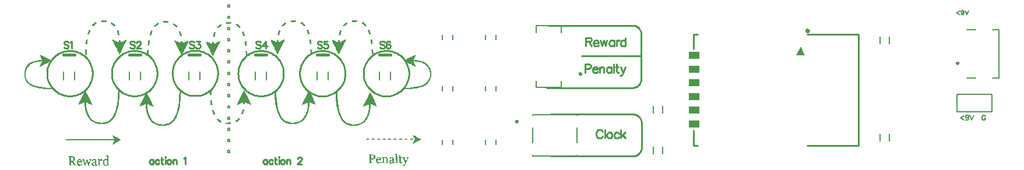
<source format=gto>
%FSTAX23Y23*%
%MOIN*%
%SFA1B1*%

%IPPOS*%
%ADD10C,0.010000*%
%ADD11C,0.009840*%
%ADD12C,0.011810*%
%ADD13R,0.059060X0.039370*%
%ADD14C,0.007870*%
%ADD15C,0.015750*%
%ADD16C,0.006000*%
%ADD17C,0.008000*%
%LNpcb3-g-1*%
%LPD*%
G36*
X03416Y03624D02*
X03416Y03622D01*
X03416Y03621*
X03416Y0362*
X03415Y03619*
X03415Y03618*
X03414Y03618*
X03413Y03618*
X03411Y03618*
X03409Y03617*
X03407Y03617*
X03405Y03617*
X03404Y03617*
X03402Y03617*
X03401Y03617*
X03399Y03617*
X03398Y03617*
X03396Y03617*
X03395Y03617*
X03394Y03617*
X03393Y03617*
X03392Y03617*
X03392Y03616*
X03391Y03616*
X0339Y03616*
X0339Y03616*
X03389Y03616*
X03389Y03616*
X03388Y03616*
X03388Y03616*
X03388Y03616*
X03388Y03617*
X03388Y03617*
X03388Y03617*
X03387Y03618*
X03387Y03618*
X03387Y03619*
X03387Y03619*
X03387Y0362*
X03387Y0362*
X03387Y03621*
X03387Y03622*
X03387Y03623*
X03387Y03623*
X03387Y03624*
X03387Y03624*
X03387Y03625*
X03387Y03625*
X03387Y03625*
X03388Y03625*
X03388Y03626*
X03388Y03626*
X03389Y03626*
X0339Y03626*
X03391Y03626*
X03393Y03626*
X03395Y03626*
X03397Y03626*
X03399Y03627*
X03401Y03627*
X03403Y03627*
X03416Y03627*
Y03624*
G37*
G36*
X03066D02*
X03066Y03622D01*
X03066Y03621*
X03066Y0362*
X03065Y03619*
X03065Y03618*
X03064Y03618*
X03063Y03618*
X03061Y03618*
X03059Y03617*
X03057Y03617*
X03055Y03617*
X03054Y03617*
X03052Y03617*
X03051Y03617*
X03049Y03617*
X03048Y03617*
X03046Y03617*
X03045Y03617*
X03044Y03617*
X03043Y03617*
X03042Y03617*
X03042Y03616*
X03041Y03616*
X0304Y03616*
X0304Y03616*
X03039Y03616*
X03039Y03616*
X03038Y03616*
X03038Y03616*
X03038Y03616*
X03038Y03617*
X03038Y03617*
X03038Y03617*
X03037Y03618*
X03037Y03618*
X03037Y03619*
X03037Y03619*
X03037Y0362*
X03037Y0362*
X03037Y03621*
X03037Y03622*
X03037Y03623*
X03037Y03623*
X03037Y03624*
X03037Y03624*
X03037Y03625*
X03037Y03625*
X03037Y03625*
X03038Y03625*
X03038Y03626*
X03038Y03626*
X03039Y03626*
X0304Y03626*
X03041Y03626*
X03043Y03626*
X03045Y03626*
X03047Y03626*
X03049Y03627*
X03051Y03627*
X03053Y03627*
X03066Y03627*
Y03624*
G37*
G36*
X01966Y03626D02*
X01968Y03626D01*
X0197Y03626*
X01972Y03626*
X01974Y03626*
X01975Y03626*
X01977Y03626*
X01978Y03626*
X01979Y03625*
X0198Y03625*
X01981Y03625*
X01981Y03625*
X01981Y03625*
X01982Y03625*
X01982Y03624*
X01982Y03624*
X01982Y03624*
Y03623*
X01982Y03622*
X01982Y03622*
X01982Y03621*
X01982Y0362*
X01981Y03619*
X01981Y03619*
X01981Y03618*
X01981Y03618*
X01981Y03617*
X01981Y03617*
X01981Y03616*
X01981Y03616*
X01981Y03616*
X01981Y03616*
X0198Y03616*
X0198Y03616*
X0198Y03616*
X01979Y03616*
X01978Y03616*
X01978Y03616*
X01977Y03616*
X01976Y03616*
X01975Y03616*
X01974Y03616*
X01973Y03617*
X01972Y03617*
X01971Y03617*
X01969Y03617*
X01968Y03617*
X01966Y03617*
X01965Y03617*
X01963Y03617*
X01962Y03617*
X01959Y03617*
X01957Y03617*
X01956Y03617*
X01955Y03618*
X01954Y03618*
X01953Y03619*
X01953Y03619*
X01952Y03621*
X01952Y03622*
X01952Y03624*
Y03627*
X01966Y03626*
G37*
G36*
X02321Y03621D02*
X02323Y03621D01*
X02325Y03621*
X02327Y03621*
X02329Y03621*
X0233Y03621*
X02332Y03621*
X02333Y03621*
X02334Y0362*
X02335Y0362*
X02336Y0362*
X02336Y0362*
X02336Y0362*
X02337Y0362*
X02337Y03619*
X02337Y03619*
X02337Y03619*
Y03618*
X02337Y03617*
X02337Y03617*
X02337Y03616*
X02337Y03615*
X02336Y03614*
X02336Y03614*
X02336Y03613*
X02336Y03613*
X02336Y03612*
X02336Y03612*
X02336Y03611*
X02336Y03611*
X02336Y03611*
X02336Y03611*
X02335Y03611*
X02335Y03611*
X02335Y03611*
X02334Y03611*
X02333Y03611*
X02333Y03611*
X02332Y03611*
X02331Y03611*
X0233Y03611*
X02329Y03611*
X02328Y03612*
X02327Y03612*
X02326Y03612*
X02324Y03612*
X02323Y03612*
X02321Y03612*
X0232Y03612*
X02318Y03612*
X02317Y03612*
X02314Y03612*
X02312Y03612*
X02311Y03612*
X0231Y03613*
X02309Y03613*
X02308Y03614*
X02308Y03614*
X02307Y03616*
X02307Y03617*
X02307Y03619*
Y03622*
X02321Y03621*
G37*
G36*
X02696Y03614D02*
X02696Y03612D01*
X02696Y03611*
X02696Y0361*
X02695Y03609*
X02695Y03608*
X02694Y03608*
X02693Y03608*
X02691Y03608*
X02689Y03607*
X02687Y03607*
X02685Y03607*
X02684Y03607*
X02682Y03607*
X02681Y03607*
X02679Y03607*
X02678Y03607*
X02676Y03607*
X02675Y03607*
X02674Y03607*
X02673Y03607*
X02672Y03607*
X02672Y03606*
X02671Y03606*
X0267Y03606*
X0267Y03606*
X02669Y03606*
X02669Y03606*
X02668Y03606*
X02668Y03606*
X02668Y03606*
X02668Y03607*
X02668Y03607*
X02668Y03607*
X02667Y03608*
X02667Y03608*
X02667Y03609*
X02667Y03609*
X02667Y0361*
X02667Y0361*
X02667Y03611*
X02667Y03612*
X02667Y03613*
X02667Y03613*
X02667Y03614*
X02667Y03614*
X02667Y03615*
X02667Y03615*
X02667Y03615*
X02668Y03615*
X02668Y03616*
X02668Y03616*
X02669Y03616*
X0267Y03616*
X02671Y03616*
X02673Y03616*
X02675Y03616*
X02677Y03616*
X02679Y03617*
X02681Y03617*
X02683Y03617*
X02696Y03617*
Y03614*
G37*
G36*
X03447Y03617D02*
X03448Y03617D01*
X0345Y03616*
X03452Y03614*
X03454Y03613*
X03456Y03611*
X03458Y0361*
X0346Y03608*
X03462Y03606*
X03464Y03605*
X03469Y03599*
X03466Y03596*
X03462Y03593*
X03457Y03598*
X03456Y03599*
X03455Y036*
X03454Y03601*
X03453Y03602*
X03452Y03602*
X03451Y03603*
X03449Y03604*
X03448Y03605*
X03447Y03606*
X03447Y03606*
X03446Y03607*
X03445Y03608*
X03444Y03608*
X03443Y03609*
X03443Y03609*
X03442Y03609*
X03442Y0361*
X03442Y0361*
X03441Y0361*
X03441Y0361*
X03441Y0361*
X03441Y0361*
X03442Y03611*
X03442Y03611*
X03442Y03611*
X03442Y03612*
X03442Y03612*
X03443Y03613*
X03443Y03613*
X03443Y03614*
X03444Y03614*
X03444Y03615*
X03444Y03616*
X03445Y03616*
X03445Y03616*
X03445Y03617*
X03445Y03617*
X03446Y03617*
X03446Y03617*
X03446Y03617*
X03447Y03617*
G37*
G36*
X03097D02*
X03098Y03617D01*
X031Y03616*
X03102Y03614*
X03104Y03613*
X03106Y03611*
X03108Y0361*
X0311Y03608*
X03112Y03606*
X03114Y03605*
X03119Y03599*
X03116Y03596*
X03112Y03593*
X03107Y03598*
X03106Y03599*
X03105Y036*
X03104Y03601*
X03103Y03602*
X03102Y03602*
X03101Y03603*
X03099Y03604*
X03098Y03605*
X03097Y03606*
X03097Y03606*
X03096Y03607*
X03095Y03608*
X03094Y03608*
X03093Y03609*
X03093Y03609*
X03092Y03609*
X03092Y0361*
X03092Y0361*
X03091Y0361*
X03091Y0361*
X03091Y0361*
X03091Y0361*
X03092Y03611*
X03092Y03611*
X03092Y03611*
X03092Y03612*
X03092Y03612*
X03093Y03613*
X03093Y03613*
X03093Y03614*
X03094Y03614*
X03094Y03615*
X03094Y03616*
X03095Y03616*
X03095Y03616*
X03095Y03617*
X03095Y03617*
X03096Y03617*
X03096Y03617*
X03096Y03617*
X03097Y03617*
G37*
G36*
X01923Y03617D02*
X01923Y03617D01*
X01923Y03617*
X01923Y03616*
X01924Y03616*
X01924Y03616*
X01924Y03615*
X01925Y03615*
X01925Y03614*
X01925Y03614*
X01926Y03613*
X01926Y03612*
X01926Y03612*
X01926Y03611*
X01927Y03611*
X01927Y03611*
X01927Y0361*
X01927Y0361*
X01927Y0361*
X01927Y0361*
X01927Y0361*
X01927Y0361*
X01927Y03609*
X01926Y03609*
X01926Y03609*
X01925Y03608*
X01924Y03608*
X01924Y03607*
X01923Y03607*
X01922Y03606*
X01921Y03605*
X0192Y03605*
X01919Y03604*
X01918Y03603*
X01917Y03602*
X01916Y03601*
X01915Y036*
X01913Y03599*
X01912Y03598*
X01912Y03598*
X01906Y03593*
X01903Y03596*
X01899Y03599*
X01905Y03604*
X01907Y03606*
X01909Y03608*
X01911Y03609*
X01913Y03611*
X01915Y03613*
X01917Y03614*
X01919Y03615*
X0192Y03616*
X01922Y03617*
X01922Y03617*
X01923Y03617*
G37*
G36*
X03359Y03613D02*
X0336Y03612D01*
X0336Y0361*
X03361Y03609*
X03361Y03608*
X03361Y03608*
X03361Y03607*
X03361Y03607*
X0336Y03606*
X03359Y03605*
X03358Y03605*
X03357Y03604*
X03356Y03604*
X03355Y03603*
X03354Y03602*
X03353Y03601*
X03352Y036*
X03351Y03599*
X0335Y03598*
X03349Y03597*
X03348Y03596*
X03347Y03595*
X03346Y03595*
X03345Y03594*
X03344Y03593*
X03343Y03592*
X03343Y03592*
X03342Y03591*
X03342Y03591*
X03341Y03591*
X03341Y03591*
X03341Y03591*
X0334Y03591*
X03339Y03592*
X03338Y03592*
X03337Y03593*
X03336Y03594*
X03336Y03595*
X03335Y03596*
X03334Y03596*
X03334Y03596*
X03334Y03597*
X03335Y03597*
X03335Y03597*
X03335Y03598*
X03336Y03599*
X03337Y03599*
X03338Y036*
X03339Y03601*
X0334Y03602*
X03341Y03603*
X03342Y03604*
X03343Y03605*
X03344Y03606*
X03346Y03607*
X03347Y03608*
X03348Y03609*
X03349Y0361*
X0335Y03611*
X03351Y03612*
X03352Y03612*
X03357Y03615*
X03359Y03613*
G37*
G36*
X03009D02*
X0301Y03612D01*
X0301Y0361*
X03011Y03609*
X03011Y03608*
X03011Y03608*
X03011Y03607*
X03011Y03607*
X0301Y03606*
X03009Y03605*
X03008Y03605*
X03007Y03604*
X03006Y03604*
X03005Y03603*
X03004Y03602*
X03003Y03601*
X03002Y036*
X03001Y03599*
X03Y03598*
X02999Y03597*
X02998Y03596*
X02997Y03595*
X02996Y03595*
X02995Y03594*
X02994Y03593*
X02993Y03592*
X02993Y03592*
X02992Y03591*
X02992Y03591*
X02991Y03591*
X02991Y03591*
X02991Y03591*
X0299Y03591*
X02989Y03592*
X02988Y03592*
X02987Y03593*
X02986Y03594*
X02986Y03595*
X02985Y03596*
X02984Y03596*
X02984Y03596*
X02984Y03597*
X02985Y03597*
X02985Y03597*
X02985Y03598*
X02986Y03599*
X02987Y03599*
X02988Y036*
X02989Y03601*
X0299Y03602*
X02991Y03603*
X02992Y03604*
X02993Y03605*
X02994Y03606*
X02996Y03607*
X02997Y03608*
X02998Y03609*
X02999Y0361*
X03Y03611*
X03001Y03612*
X03002Y03612*
X03007Y03615*
X03009Y03613*
G37*
G36*
X02016Y03612D02*
X02017Y03612D01*
X02018Y03611*
X02019Y0361*
X0202Y03609*
X02022Y03608*
X02023Y03607*
X02024Y03606*
X02025Y03605*
X02027Y03604*
X02028Y03603*
X02029Y03602*
X0203Y03601*
X02031Y036*
X02032Y03599*
X02032Y03598*
X02033Y03598*
X02034Y03597*
X02034Y03597*
X02034Y03596*
X02034Y03596*
X02034Y03596*
X02034Y03595*
X02033Y03595*
X02032Y03594*
X02031Y03593*
X0203Y03592*
X02029Y03591*
X02028Y03591*
X02028Y0359*
X02027Y0359*
X02027Y0359*
X02027Y03591*
X02027Y03591*
X02026Y03591*
X02025Y03592*
X02025Y03593*
X02024Y03593*
X02023Y03594*
X02022Y03595*
X02021Y03596*
X0202Y03597*
X02019Y03598*
X02018Y03599*
X02017Y036*
X02015Y03601*
X02014Y03602*
X02013Y03602*
X02012Y03603*
X02011Y03604*
X02011Y03604*
X02009Y03605*
X02008Y03606*
X02008Y03606*
X02007Y03607*
X02007Y03607*
X02007Y03608*
X02007Y03609*
X02008Y0361*
X02009Y03611*
X0201Y03613*
X02011Y03615*
X02016Y03612*
G37*
G36*
X02278D02*
X02278Y03612D01*
X02278Y03612*
X02278Y03611*
X02279Y03611*
X02279Y03611*
X02279Y0361*
X0228Y0361*
X0228Y03609*
X0228Y03609*
X02281Y03608*
X02281Y03607*
X02281Y03607*
X02281Y03606*
X02282Y03606*
X02282Y03606*
X02282Y03605*
X02282Y03605*
X02282Y03605*
X02282Y03605*
X02282Y03605*
X02282Y03605*
X02282Y03604*
X02281Y03604*
X02281Y03604*
X0228Y03603*
X02279Y03603*
X02279Y03602*
X02278Y03602*
X02277Y03601*
X02276Y036*
X02275Y036*
X02274Y03599*
X02273Y03598*
X02272Y03597*
X02271Y03596*
X0227Y03595*
X02268Y03594*
X02267Y03593*
X02267Y03593*
X02261Y03588*
X02258Y03591*
X02254Y03594*
X0226Y03599*
X02262Y03601*
X02264Y03603*
X02266Y03604*
X02268Y03606*
X0227Y03608*
X02272Y03609*
X02274Y0361*
X02275Y03611*
X02277Y03612*
X02277Y03612*
X02278Y03612*
G37*
G36*
X02371Y03607D02*
X02372Y03607D01*
X02373Y03606*
X02374Y03605*
X02375Y03604*
X02377Y03603*
X02378Y03602*
X02379Y03601*
X0238Y036*
X02382Y03599*
X02383Y03598*
X02384Y03597*
X02385Y03596*
X02386Y03595*
X02387Y03594*
X02387Y03593*
X02388Y03593*
X02389Y03592*
X02389Y03592*
X02389Y03591*
X02389Y03591*
X02389Y03591*
X02389Y0359*
X02388Y0359*
X02387Y03589*
X02386Y03588*
X02385Y03587*
X02384Y03586*
X02383Y03586*
X02383Y03585*
X02382Y03585*
X02382Y03585*
X02382Y03586*
X02382Y03586*
X02381Y03586*
X0238Y03587*
X0238Y03588*
X02379Y03588*
X02378Y03589*
X02377Y0359*
X02376Y03591*
X02375Y03592*
X02374Y03593*
X02373Y03594*
X02372Y03595*
X0237Y03596*
X02369Y03597*
X02368Y03597*
X02367Y03598*
X02366Y03599*
X02366Y03599*
X02364Y036*
X02363Y03601*
X02363Y03601*
X02362Y03602*
X02362Y03602*
X02362Y03603*
X02362Y03604*
X02363Y03605*
X02364Y03606*
X02365Y03608*
X02366Y0361*
X02371Y03607*
G37*
G36*
X02727Y03607D02*
X02728Y03607D01*
X0273Y03606*
X02732Y03604*
X02734Y03603*
X02736Y03601*
X02738Y036*
X0274Y03598*
X02742Y03596*
X02744Y03595*
X02749Y03589*
X02746Y03586*
X02742Y03583*
X02737Y03588*
X02736Y03589*
X02735Y0359*
X02734Y03591*
X02733Y03592*
X02732Y03592*
X02731Y03593*
X02729Y03594*
X02728Y03595*
X02727Y03596*
X02727Y03596*
X02726Y03597*
X02725Y03598*
X02724Y03598*
X02723Y03599*
X02723Y03599*
X02722Y03599*
X02722Y036*
X02722Y036*
X02721Y036*
X02721Y036*
X02721Y036*
X02721Y036*
X02722Y03601*
X02722Y03601*
X02722Y03601*
X02722Y03602*
X02722Y03602*
X02723Y03603*
X02723Y03603*
X02723Y03604*
X02724Y03604*
X02724Y03605*
X02724Y03606*
X02725Y03606*
X02725Y03606*
X02725Y03607*
X02725Y03607*
X02726Y03607*
X02726Y03607*
X02726Y03607*
X02727Y03607*
G37*
G36*
X02639Y03603D02*
X0264Y03602D01*
X0264Y036*
X02641Y03599*
X02641Y03598*
X02641Y03598*
X02641Y03597*
X02641Y03597*
X0264Y03596*
X02639Y03595*
X02638Y03595*
X02637Y03594*
X02636Y03594*
X02635Y03593*
X02634Y03592*
X02633Y03591*
X02632Y0359*
X02631Y03589*
X0263Y03588*
X02629Y03587*
X02628Y03586*
X02627Y03585*
X02626Y03585*
X02625Y03584*
X02624Y03583*
X02623Y03582*
X02623Y03582*
X02622Y03581*
X02622Y03581*
X02621Y03581*
X02621Y03581*
X02621Y03581*
X0262Y03581*
X02619Y03582*
X02618Y03582*
X02617Y03583*
X02616Y03584*
X02616Y03585*
X02615Y03586*
X02614Y03586*
X02614Y03586*
X02614Y03587*
X02615Y03587*
X02615Y03587*
X02615Y03588*
X02616Y03589*
X02617Y03589*
X02618Y0359*
X02619Y03591*
X0262Y03592*
X02621Y03593*
X02622Y03594*
X02623Y03595*
X02624Y03596*
X02626Y03597*
X02627Y03598*
X02628Y03599*
X02629Y036*
X0263Y03601*
X02631Y03602*
X02632Y03602*
X02637Y03605*
X02639Y03603*
G37*
G36*
X03486Y03573D02*
X03486Y03571D01*
X03487Y03569*
X03489Y03566*
X0349Y03563*
X03491Y0356*
X03492Y03557*
X03493Y03553*
X03494Y03551*
X03495Y03549*
X03495Y03548*
X03495Y03547*
X03495Y03547*
X03495Y03546*
X03495Y03546*
X03494Y03546*
X03494Y03546*
X03493Y03545*
X03492Y03545*
X03491Y03545*
X03491Y03545*
X0349Y03544*
X03489Y03544*
X03489Y03544*
X03488Y03544*
X03488Y03544*
X03487*
X03487Y03544*
X03487Y03544*
X03486Y03544*
X03486Y03545*
X03486Y03545*
X03486Y03545*
X03486Y03546*
X03485Y03547*
X03485Y03548*
X03485Y03549*
X03484Y0355*
X03484Y03551*
X03484Y03552*
X03483Y03553*
X03483Y03554*
X03482Y03555*
X03482Y03557*
X03481Y03558*
X03481Y03559*
X0348Y0356*
X0348Y03562*
X0348Y03563*
X03479Y03564*
X03479Y03564*
X03478Y03565*
X03478Y03566*
X03478Y03567*
X03478Y03567*
X03477Y03568*
X03477Y03568*
X03477Y03569*
X03477Y03569*
X03477Y03569*
X03477Y03569*
X03477Y03569*
X03477Y03569*
X03478Y0357*
X03478Y0357*
X03478Y0357*
X03479Y03571*
X0348Y03571*
X0348Y03571*
X03481Y03571*
X03481Y03572*
X03482Y03572*
X03483Y03572*
X03483Y03573*
X03484Y03573*
X03484Y03573*
X03484Y03573*
X03485Y03573*
X03485Y03573*
X03485Y03573*
X03486Y03573*
G37*
G36*
X03136D02*
X03136Y03571D01*
X03137Y03569*
X03139Y03566*
X0314Y03563*
X03141Y0356*
X03142Y03557*
X03143Y03553*
X03144Y03551*
X03145Y03549*
X03145Y03548*
X03145Y03547*
X03145Y03547*
X03145Y03546*
X03145Y03546*
X03144Y03546*
X03144Y03546*
X03143Y03545*
X03142Y03545*
X03141Y03545*
X03141Y03545*
X0314Y03544*
X03139Y03544*
X03139Y03544*
X03138Y03544*
X03138Y03544*
X03137*
X03137Y03544*
X03137Y03544*
X03136Y03544*
X03136Y03545*
X03136Y03545*
X03136Y03545*
X03136Y03546*
X03135Y03547*
X03135Y03548*
X03135Y03549*
X03134Y0355*
X03134Y03551*
X03134Y03552*
X03133Y03553*
X03133Y03554*
X03132Y03555*
X03132Y03557*
X03131Y03558*
X03131Y03559*
X0313Y0356*
X0313Y03562*
X0313Y03563*
X03129Y03564*
X03129Y03564*
X03128Y03565*
X03128Y03566*
X03128Y03567*
X03128Y03567*
X03127Y03568*
X03127Y03568*
X03127Y03569*
X03127Y03569*
X03127Y03569*
X03127Y03569*
X03127Y03569*
X03127Y03569*
X03128Y0357*
X03128Y0357*
X03128Y0357*
X03129Y03571*
X0313Y03571*
X0313Y03571*
X03131Y03571*
X03131Y03572*
X03132Y03572*
X03133Y03572*
X03133Y03573*
X03134Y03573*
X03134Y03573*
X03134Y03573*
X03135Y03573*
X03135Y03573*
X03135Y03573*
X03136Y03573*
G37*
G36*
X01884Y03573D02*
X01884Y03573D01*
X01884Y03573*
X01884Y03573*
X01885Y03572*
X01885Y03572*
X01886Y03572*
X01887Y03572*
X01887Y03571*
X01888Y03571*
X01888Y03571*
X01889Y0357*
X0189Y0357*
X0189Y0357*
X0189Y0357*
X01891Y03569*
X01891Y03569*
X01891Y03569*
X01892Y03569*
X01892Y03569*
X01892Y03569*
X01891Y03568*
X01891Y03568*
X01891Y03567*
X01891Y03567*
X01891Y03566*
X0189Y03566*
X0189Y03565*
X0189Y03564*
X01889Y03563*
X01889Y03562*
X01889Y03561*
X01888Y0356*
X01888Y03559*
X01887Y03558*
X01887Y03556*
X01886Y03555*
X01886Y03554*
X01885Y03553*
X01885Y03551*
X01885Y0355*
X01884Y03549*
X01884Y03548*
X01883Y03547*
X01883Y03547*
X01883Y03546*
X01883Y03545*
X01882Y03545*
X01882Y03544*
X01882Y03544*
X01882Y03544*
X01882Y03544*
X01881Y03544*
X01881Y03544*
X0188Y03544*
X0188Y03544*
X01879Y03544*
X01879Y03544*
X01878Y03544*
X01877Y03544*
X01876Y03545*
X01875Y03545*
X01875Y03545*
X01874Y03545*
X01874Y03546*
X01874Y03546*
X01874Y03547*
X01874Y03547*
X01874Y03548*
X01874Y03548*
X01874Y0355*
X01875Y03553*
X01876Y03556*
X01877Y03559*
X01879Y03563*
X0188Y03566*
X01881Y03569*
X01882Y03571*
X01883Y03572*
X01883Y03573*
X01884Y03573*
G37*
G36*
X0332Y03569D02*
X03321Y03569D01*
X03321Y03569*
X03322Y03569*
X03322Y03569*
X03323Y03569*
X03324Y03568*
X03325Y03568*
X03326Y03567*
X03326Y03567*
X03327Y03566*
X03327Y03566*
X03327Y03565*
X03327Y03564*
X03326Y03563*
X03326Y03562*
X03326Y03561*
X03325Y0356*
X03325Y03559*
X03325Y03558*
X03324Y03556*
X03324Y03555*
X03323Y03553*
X03323Y03552*
X03323Y0355*
X03322Y03549*
X03322Y03546*
X03321Y03544*
X0332Y03543*
X0332Y03542*
X03319Y03541*
X03319Y03541*
X03318Y0354*
X03317Y03541*
X03315Y03541*
X03313Y03541*
X03312Y03542*
X03312Y03542*
X03311Y03542*
X03311Y03543*
Y03544*
X03311Y03546*
X03312Y03548*
X03312Y0355*
X03313Y03553*
X03314Y03557*
X03315Y03559*
X03315Y0356*
X03316Y03562*
X03316Y03564*
X03317Y03565*
X03317Y03566*
X03318Y03567*
X03318Y03568*
X03318Y03569*
X03319Y03569*
X03319Y03569*
X03319Y03569*
X03319Y03569*
X0332Y03569*
X0332*
G37*
G36*
X0297D02*
X02971Y03569D01*
X02971Y03569*
X02972Y03569*
X02972Y03569*
X02973Y03569*
X02974Y03568*
X02975Y03568*
X02976Y03567*
X02976Y03567*
X02977Y03566*
X02977Y03566*
X02977Y03565*
X02977Y03564*
X02976Y03563*
X02976Y03562*
X02976Y03561*
X02975Y0356*
X02975Y03559*
X02975Y03558*
X02974Y03556*
X02974Y03555*
X02973Y03553*
X02973Y03552*
X02973Y0355*
X02972Y03549*
X02972Y03546*
X02971Y03544*
X0297Y03543*
X0297Y03542*
X02969Y03541*
X02969Y03541*
X02968Y0354*
X02967Y03541*
X02965Y03541*
X02963Y03541*
X02962Y03542*
X02962Y03542*
X02961Y03542*
X02961Y03543*
Y03544*
X02961Y03546*
X02962Y03548*
X02962Y0355*
X02963Y03553*
X02964Y03557*
X02965Y03559*
X02965Y0356*
X02966Y03562*
X02966Y03564*
X02967Y03565*
X02967Y03566*
X02968Y03567*
X02968Y03568*
X02968Y03569*
X02969Y03569*
X02969Y03569*
X02969Y03569*
X02969Y03569*
X0297Y03569*
X0297*
G37*
G36*
X02049Y03569D02*
X02049Y03569D01*
X0205Y03569*
X0205Y03568*
X0205Y03568*
X0205Y03568*
X02051Y03567*
X02051Y03566*
X02052Y03565*
X02052Y03563*
X02053Y03562*
X02053Y0356*
X02054Y03558*
X02054Y03557*
X02055Y03553*
X02056Y0355*
X02057Y03548*
X02057Y03546*
X02057Y03544*
X02057Y03543*
X02057Y03542*
X02057Y03542*
X02056Y03541*
X02055Y03541*
X02053Y03541*
X02052Y0354*
X02051Y0354*
X0205Y0354*
X02049Y03541*
X02049Y03541*
X02048Y03543*
X02047Y03544*
X02047Y03546*
X02046Y03549*
X02046Y0355*
X02046Y03552*
X02045Y03553*
X02045Y03554*
X02044Y03556*
X02044Y03557*
X02044Y03559*
X02043Y0356*
X02043Y03561*
X02043Y03561*
X02042Y03563*
X02042Y03564*
X02042Y03565*
X02042Y03565*
X02042Y03566*
X02042Y03566*
X02043Y03567*
X02043Y03567*
X02044Y03568*
X02046Y03568*
X02046Y03568*
X02047Y03569*
X02047Y03569*
X02048Y03569*
X02048Y03569*
X02049*
X02049Y03569*
G37*
G36*
X02239Y03568D02*
X02239Y03568D01*
X02239Y03568*
X02239Y03568*
X0224Y03567*
X0224Y03567*
X02241Y03567*
X02242Y03567*
X02242Y03566*
X02243Y03566*
X02243Y03566*
X02244Y03565*
X02245Y03565*
X02245Y03565*
X02245Y03565*
X02246Y03564*
X02246Y03564*
X02246Y03564*
X02247Y03564*
X02247Y03564*
X02247Y03564*
X02246Y03563*
X02246Y03563*
X02246Y03562*
X02246Y03562*
X02246Y03561*
X02245Y03561*
X02245Y0356*
X02245Y03559*
X02244Y03558*
X02244Y03557*
X02244Y03556*
X02243Y03555*
X02243Y03554*
X02242Y03553*
X02242Y03551*
X02241Y0355*
X02241Y03549*
X0224Y03548*
X0224Y03546*
X0224Y03545*
X02239Y03544*
X02239Y03543*
X02238Y03542*
X02238Y03542*
X02238Y03541*
X02238Y0354*
X02237Y0354*
X02237Y03539*
X02237Y03539*
X02237Y03539*
X02237Y03539*
X02236Y03539*
X02236Y03539*
X02235Y03539*
X02235Y03539*
X02234Y03539*
X02234Y03539*
X02233Y03539*
X02232Y03539*
X02231Y0354*
X0223Y0354*
X0223Y0354*
X02229Y0354*
X02229Y03541*
X02229Y03541*
X02229Y03542*
X02229Y03542*
X02229Y03543*
X02229Y03543*
X02229Y03545*
X0223Y03548*
X02231Y03551*
X02232Y03554*
X02234Y03558*
X02235Y03561*
X02236Y03564*
X02237Y03566*
X02238Y03567*
X02238Y03568*
X02239Y03568*
G37*
G36*
X02404Y03564D02*
X02404Y03564D01*
X02405Y03564*
X02405Y03563*
X02405Y03563*
X02405Y03563*
X02406Y03562*
X02406Y03561*
X02407Y0356*
X02407Y03558*
X02408Y03557*
X02408Y03555*
X02409Y03553*
X02409Y03552*
X0241Y03548*
X02411Y03545*
X02412Y03543*
X02412Y03541*
X02412Y03539*
X02412Y03538*
X02412Y03537*
X02412Y03537*
X02411Y03536*
X0241Y03536*
X02408Y03536*
X02407Y03535*
X02406Y03535*
X02405Y03535*
X02404Y03536*
X02404Y03536*
X02403Y03538*
X02402Y03539*
X02402Y03541*
X02401Y03544*
X02401Y03545*
X02401Y03547*
X024Y03548*
X024Y03549*
X02399Y03551*
X02399Y03552*
X02399Y03554*
X02398Y03555*
X02398Y03556*
X02398Y03556*
X02397Y03558*
X02397Y03559*
X02397Y0356*
X02397Y0356*
X02397Y03561*
X02397Y03561*
X02398Y03562*
X02398Y03562*
X02399Y03563*
X02401Y03563*
X02401Y03563*
X02402Y03564*
X02402Y03564*
X02403Y03564*
X02403Y03564*
X02404*
X02404Y03564*
G37*
G36*
X02766Y03563D02*
X02766Y03561D01*
X02767Y03559*
X02769Y03556*
X0277Y03553*
X02771Y0355*
X02772Y03547*
X02773Y03543*
X02774Y03541*
X02775Y03539*
X02775Y03538*
X02775Y03537*
X02775Y03537*
X02775Y03536*
X02775Y03536*
X02774Y03536*
X02774Y03536*
X02773Y03535*
X02772Y03535*
X02771Y03535*
X02771Y03535*
X0277Y03534*
X02769Y03534*
X02769Y03534*
X02768Y03534*
X02768Y03534*
X02767*
X02767Y03534*
X02767Y03534*
X02766Y03534*
X02766Y03535*
X02766Y03535*
X02766Y03535*
X02766Y03536*
X02765Y03537*
X02765Y03538*
X02765Y03539*
X02764Y0354*
X02764Y03541*
X02764Y03542*
X02763Y03543*
X02763Y03544*
X02762Y03545*
X02762Y03547*
X02761Y03548*
X02761Y03549*
X0276Y0355*
X0276Y03552*
X0276Y03553*
X02759Y03554*
X02759Y03554*
X02758Y03555*
X02758Y03556*
X02758Y03557*
X02758Y03557*
X02757Y03558*
X02757Y03558*
X02757Y03559*
X02757Y03559*
X02757Y03559*
X02757Y03559*
X02757Y03559*
X02757Y03559*
X02758Y0356*
X02758Y0356*
X02758Y0356*
X02759Y03561*
X0276Y03561*
X0276Y03561*
X02761Y03561*
X02761Y03562*
X02762Y03562*
X02763Y03562*
X02763Y03563*
X02764Y03563*
X02764Y03563*
X02764Y03563*
X02765Y03563*
X02765Y03563*
X02765Y03563*
X02766Y03563*
G37*
G36*
X026Y03559D02*
X02601Y03559D01*
X02601Y03559*
X02602Y03559*
X02602Y03559*
X02603Y03559*
X02604Y03558*
X02605Y03558*
X02606Y03557*
X02606Y03557*
X02607Y03556*
X02607Y03556*
X02607Y03555*
X02607Y03554*
X02606Y03553*
X02606Y03552*
X02606Y03551*
X02605Y0355*
X02605Y03549*
X02605Y03548*
X02604Y03546*
X02604Y03545*
X02603Y03543*
X02603Y03542*
X02603Y0354*
X02602Y03539*
X02602Y03536*
X02601Y03534*
X026Y03533*
X026Y03532*
X02599Y03531*
X02599Y03531*
X02598Y0353*
X02597Y03531*
X02595Y03531*
X02593Y03531*
X02592Y03532*
X02592Y03532*
X02591Y03532*
X02591Y03533*
Y03534*
X02591Y03536*
X02592Y03538*
X02592Y0354*
X02593Y03543*
X02594Y03547*
X02595Y03549*
X02595Y0355*
X02596Y03552*
X02596Y03554*
X02597Y03555*
X02597Y03556*
X02598Y03557*
X02598Y03558*
X02598Y03559*
X02599Y03559*
X02599Y03559*
X02599Y03559*
X02599Y03559*
X026Y03559*
X026*
G37*
G36*
X03355Y03518D02*
X03354Y03516D01*
X03353Y03514*
X03351Y0351*
X03349Y03506*
X03346Y03501*
X03343Y03495*
X0334Y03489*
X03337Y03482*
X03333Y03475*
X0333Y03468*
X03327Y03461*
X03323Y03455*
X0332Y03449*
X03318Y03444*
X03316Y0344*
X03314Y03436*
X03312Y03434*
X03311Y03432*
X03311Y03431*
X03311Y03432*
X0331Y03433*
X03309Y03436*
X03307Y03439*
X03305Y03443*
X03303Y03447*
X033Y03452*
X03298Y03457*
X03295Y03463*
X03292Y03469*
X03287Y03478*
X03283Y03486*
X0328Y03492*
X03278Y03497*
X03276Y03501*
X03275Y03504*
X03274Y03507*
X03273Y03509*
X03273Y0351*
X03273Y03512*
X03273Y03512*
X03273Y03513*
X03273Y03514*
X03273Y03514*
X03273Y03515*
X03273Y03515*
X03273Y03515*
X03273Y03516*
X03273Y03516*
X03273Y03516*
X03273Y03516*
X03274Y03515*
X03275Y03515*
X03276Y03514*
X03278Y03513*
X0328Y03513*
X03282Y03511*
X03285Y0351*
X03287Y03509*
X0329Y03508*
X03306Y035*
X03307Y03506*
X03307Y03512*
X03312Y03512*
X03316Y03512*
Y03506*
Y035*
X03335Y03509*
X03338Y03511*
X03341Y03512*
X03344Y03514*
X03347Y03515*
X03349Y03516*
X03351Y03517*
X03353Y03518*
X03354Y03518*
X03355Y03519*
X03355Y03519*
X03355Y03518*
G37*
G36*
X03005D02*
X03004Y03516D01*
X03003Y03514*
X03001Y0351*
X02999Y03506*
X02996Y03501*
X02993Y03495*
X0299Y03489*
X02987Y03482*
X02983Y03475*
X0298Y03468*
X02977Y03461*
X02973Y03455*
X0297Y03449*
X02968Y03444*
X02966Y0344*
X02964Y03436*
X02962Y03434*
X02961Y03432*
X02961Y03431*
X02961Y03432*
X0296Y03433*
X02959Y03436*
X02957Y03439*
X02955Y03443*
X02953Y03447*
X0295Y03452*
X02948Y03457*
X02945Y03463*
X02942Y03469*
X02937Y03478*
X02933Y03486*
X0293Y03492*
X02928Y03497*
X02926Y03501*
X02925Y03504*
X02924Y03507*
X02923Y03509*
X02923Y0351*
X02923Y03512*
X02923Y03512*
X02923Y03513*
X02923Y03514*
X02923Y03514*
X02923Y03515*
X02923Y03515*
X02923Y03515*
X02923Y03516*
X02923Y03516*
X02923Y03516*
X02923Y03516*
X02924Y03515*
X02925Y03515*
X02926Y03514*
X02928Y03513*
X0293Y03513*
X02932Y03511*
X02935Y0351*
X02937Y03509*
X0294Y03508*
X02956Y035*
X02957Y03506*
X02957Y03512*
X02962Y03512*
X02966Y03512*
Y03506*
Y035*
X02985Y03509*
X02988Y03511*
X02991Y03512*
X02994Y03514*
X02997Y03515*
X02999Y03516*
X03001Y03517*
X03003Y03518*
X03004Y03518*
X03005Y03519*
X03005Y03519*
X03005Y03518*
G37*
G36*
X02635Y03508D02*
X02634Y03506D01*
X02633Y03504*
X02631Y035*
X02629Y03496*
X02626Y03491*
X02623Y03485*
X0262Y03479*
X02617Y03472*
X02613Y03465*
X0261Y03458*
X02607Y03451*
X02603Y03445*
X026Y03439*
X02598Y03434*
X02596Y0343*
X02594Y03426*
X02592Y03424*
X02591Y03422*
X02591Y03421*
X02591Y03422*
X0259Y03423*
X02589Y03426*
X02587Y03429*
X02585Y03433*
X02583Y03437*
X0258Y03442*
X02578Y03447*
X02575Y03453*
X02572Y03459*
X02567Y03468*
X02563Y03476*
X0256Y03482*
X02558Y03487*
X02556Y03491*
X02555Y03494*
X02554Y03497*
X02553Y03499*
X02553Y035*
X02553Y03502*
X02553Y03502*
X02553Y03503*
X02553Y03504*
X02553Y03504*
X02553Y03505*
X02553Y03505*
X02553Y03505*
X02553Y03506*
X02553Y03506*
X02553Y03506*
X02553Y03506*
X02554Y03505*
X02555Y03505*
X02556Y03504*
X02558Y03503*
X0256Y03503*
X02562Y03501*
X02565Y035*
X02567Y03499*
X0257Y03498*
X02586Y0349*
X02587Y03496*
X02587Y03502*
X02592Y03502*
X02596Y03502*
Y03496*
Y0349*
X02615Y03499*
X02618Y03501*
X02621Y03502*
X02624Y03504*
X02627Y03505*
X02629Y03506*
X02631Y03507*
X02633Y03508*
X02634Y03508*
X02635Y03509*
X02635Y03509*
X02635Y03508*
G37*
G36*
X03503Y03511D02*
X03504Y03507D01*
X03504Y03503*
X03505Y03499*
X03505Y03496*
X03505Y03494*
X03505Y03492*
X03505Y03491*
X03505Y0349*
X03505Y03489*
X03505Y03489*
X03504Y03489*
X03503Y03488*
X03502Y03488*
X03501Y03488*
X035Y03488*
X03499Y03488*
X03498Y03488*
X03497Y03488*
X03496Y03488*
X03496Y03488*
X03496Y03489*
X03496Y03492*
X03496Y03494*
X03495Y03498*
X03495Y03501*
X03494Y03505*
X03494Y03508*
X03493Y03511*
X03493Y03513*
X03493Y03514*
X03493Y03514*
X03493Y03515*
X03493Y03515*
Y03515*
X03493Y03515*
X03493Y03516*
X03493Y03516*
X03493Y03516*
X03493Y03516*
X03493Y03516*
X03493Y03516*
X03493Y03516*
X03494Y03516*
X03494Y03516*
X03495Y03516*
X03495Y03516*
X03496Y03516*
X03497Y03516*
X03497Y03517*
X03498Y03517*
X03502Y03517*
X03503Y03511*
G37*
G36*
X03153D02*
X03154Y03507D01*
X03154Y03503*
X03155Y03499*
X03155Y03496*
X03155Y03494*
X03155Y03492*
X03155Y03491*
X03155Y0349*
X03155Y03489*
X03155Y03489*
X03154Y03489*
X03153Y03488*
X03152Y03488*
X03151Y03488*
X0315Y03488*
X03149Y03488*
X03148Y03488*
X03147Y03488*
X03146Y03488*
X03146Y03488*
X03146Y03489*
X03146Y03492*
X03146Y03494*
X03145Y03498*
X03145Y03501*
X03144Y03505*
X03144Y03508*
X03143Y03511*
X03143Y03513*
X03143Y03514*
X03143Y03514*
X03143Y03515*
X03143Y03515*
Y03515*
X03143Y03515*
X03143Y03516*
X03143Y03516*
X03143Y03516*
X03143Y03516*
X03143Y03516*
X03143Y03516*
X03143Y03516*
X03144Y03516*
X03144Y03516*
X03145Y03516*
X03145Y03516*
X03146Y03516*
X03147Y03516*
X03147Y03517*
X03148Y03517*
X03152Y03517*
X03153Y03511*
G37*
G36*
X01871Y03516D02*
X01871Y03516D01*
X01872Y03516*
X01873Y03516*
X01873Y03516*
X01874Y03516*
X01874Y03516*
X01875Y03516*
X01875Y03516*
X01875Y03516*
X01876Y03516*
X01876Y03516*
X01876Y03515*
X01876Y03515*
X01876Y03515*
X01876Y03515*
X01876Y03515*
Y03515*
X01876Y03514*
X01876Y03514*
X01876Y03514*
X01876Y03513*
X01875Y03511*
X01875Y03508*
X01874Y03505*
X01874Y03501*
X01873Y03497*
X01873Y03494*
X01873Y03491*
X01872Y03489*
X01872Y03488*
X01872Y03488*
X01872Y03488*
X01871Y03488*
X0187*
X01868Y03488*
X01867Y03488*
X01866Y03488*
X01865Y03488*
X01864Y03488*
X01864Y03488*
X01864Y03489*
X01863Y0349*
X01863Y03491*
X01863Y03492*
X01863Y03494*
X01864Y03496*
X01864Y03499*
X01864Y03502*
X01865Y03506*
X01866Y03511*
X01867Y03517*
X01871Y03516*
G37*
G36*
X02226Y03511D02*
X02226Y03511D01*
X02227Y03511*
X02228Y03511*
X02228Y03511*
X02229Y03511*
X02229Y03511*
X0223Y03511*
X0223Y03511*
X0223Y03511*
X02231Y03511*
X02231Y03511*
X02231Y0351*
X02231Y0351*
X02231Y0351*
X02231Y0351*
X02231Y0351*
Y0351*
X02231Y03509*
X02231Y03509*
X02231Y03509*
X02231Y03508*
X0223Y03506*
X0223Y03503*
X02229Y035*
X02229Y03496*
X02228Y03492*
X02228Y03489*
X02228Y03486*
X02227Y03484*
X02227Y03483*
X02227Y03483*
X02227Y03483*
X02226Y03483*
X02225*
X02223Y03483*
X02222Y03483*
X02221Y03483*
X0222Y03483*
X02219Y03483*
X02219Y03483*
X02219Y03484*
X02218Y03485*
X02218Y03486*
X02218Y03487*
X02218Y03489*
X02219Y03491*
X02219Y03494*
X02219Y03497*
X0222Y03501*
X02221Y03506*
X02222Y03512*
X02226Y03511*
G37*
G36*
X02783Y03501D02*
X02784Y03497D01*
X02784Y03493*
X02785Y03489*
X02785Y03486*
X02785Y03484*
X02785Y03482*
X02785Y03481*
X02785Y0348*
X02785Y03479*
X02785Y03479*
X02784Y03479*
X02783Y03478*
X02782Y03478*
X02781Y03478*
X0278Y03478*
X02779Y03478*
X02778Y03478*
X02777Y03478*
X02776Y03478*
X02776Y03478*
X02776Y03479*
X02776Y03482*
X02776Y03484*
X02775Y03488*
X02775Y03491*
X02774Y03495*
X02774Y03498*
X02773Y03501*
X02773Y03503*
X02773Y03504*
X02773Y03504*
X02773Y03505*
X02773Y03505*
Y03505*
X02773Y03505*
X02773Y03506*
X02773Y03506*
X02773Y03506*
X02773Y03506*
X02773Y03506*
X02773Y03506*
X02773Y03506*
X02774Y03506*
X02774Y03506*
X02775Y03506*
X02775Y03506*
X02776Y03506*
X02777Y03506*
X02777Y03507*
X02778Y03507*
X02782Y03507*
X02783Y03501*
G37*
G36*
X02014Y03518D02*
X02015Y03518D01*
X02016Y03517*
X02018Y03517*
X0202Y03516*
X02022Y03514*
X02024Y03513*
X02027Y03512*
X0203Y0351*
X02033Y03509*
X02053Y03499*
Y03505*
Y03511*
X02057Y03512*
X02061Y03512*
X02062Y03506*
X02062Y03499*
X02079Y03507*
X02081Y03509*
X02084Y0351*
X02086Y03511*
X02088Y03512*
X0209Y03513*
X02092Y03514*
X02093Y03515*
X02095Y03515*
X02095Y03515*
X02095Y03516*
X02096Y03515*
X02096Y03515*
X02096Y03515*
X02096Y03515*
X02096Y03514*
X02096Y03514*
X02096Y03513*
X02096Y03513*
X02096Y03512*
Y03511*
X02096Y0351*
X02096Y03508*
X02095Y03507*
X02094Y03504*
X02093Y03501*
X02091Y03497*
X02088Y03492*
X02085Y03485*
X02081Y03478*
X02077Y03469*
X02074Y03463*
X02071Y03457*
X02068Y03452*
X02066Y03447*
X02063Y03442*
X02061Y03438*
X0206Y03435*
X02059Y03433*
X02058Y03432*
X02057Y03431*
X02057Y03432*
X02056Y03433*
X02055Y03436*
X02053Y0344*
X02051Y03444*
X02048Y03449*
X02045Y03455*
X02042Y03461*
X02039Y03468*
X02035Y03475*
X02031Y03482*
X02028Y03489*
X02025Y03495*
X02022Y035*
X0202Y03506*
X02018Y0351*
X02016Y03513*
X02015Y03516*
X02014Y03518*
X02014Y03518*
X02014Y03518*
G37*
G36*
X03508Y03454D02*
X03508Y03453D01*
X03508Y03452*
X03508Y0345*
X03508Y03449*
X03509Y03447*
X03509Y03446*
X03509Y03444*
X03509Y03443*
X03509Y03441*
X03509Y03439*
Y03431*
X03499*
X03499Y0344*
X03499Y03441*
X03499Y03443*
X03499Y03445*
X03499Y03446*
X03499Y03448*
X03499Y03449*
X03499Y03451*
X03499Y03452*
X03499Y03453*
X03498Y03454*
X03498Y03459*
X03503Y03459*
X03508Y0346*
X03508Y03454*
G37*
G36*
X03158D02*
X03158Y03453D01*
X03158Y03452*
X03158Y0345*
X03158Y03449*
X03159Y03447*
X03159Y03446*
X03159Y03444*
X03159Y03443*
X03159Y03441*
X03159Y03439*
Y03431*
X03149*
X03149Y0344*
X03149Y03441*
X03149Y03443*
X03149Y03445*
X03149Y03446*
X03149Y03448*
X03149Y03449*
X03149Y03451*
X03149Y03452*
X03149Y03453*
X03148Y03454*
X03148Y03459*
X03153Y03459*
X03158Y0346*
X03158Y03454*
G37*
G36*
X01866Y03459D02*
X01871Y03459D01*
X0187Y03454*
X0187Y03453*
X0187Y03452*
X0187Y0345*
X0187Y03449*
X0187Y03448*
X0187Y03446*
X01869Y03444*
X01869Y03443*
X01869Y03441*
X01869Y0344*
Y0343*
X0186*
Y03439*
X0186Y03441*
X0186Y03442*
X0186Y03444*
X0186Y03446*
X0186Y03447*
X0186Y03449*
X0186Y0345*
X0186Y03452*
X0186Y03453*
X0186Y03454*
X01861Y03459*
X01866Y03459*
G37*
G36*
X02369Y03513D02*
X0237Y03513D01*
X02371Y03512*
X02373Y03512*
X02375Y03511*
X02377Y03509*
X02379Y03508*
X02382Y03507*
X02385Y03505*
X02388Y03504*
X02408Y03494*
Y035*
Y03506*
X02412Y03507*
X02416Y03507*
X02417Y03501*
X02417Y03494*
X02434Y03502*
X02436Y03504*
X02439Y03505*
X02441Y03506*
X02443Y03507*
X02445Y03508*
X02447Y03509*
X02448Y0351*
X0245Y0351*
X0245Y0351*
X0245Y03511*
X02451Y0351*
X02451Y0351*
X02451Y0351*
X02451Y0351*
X02451Y03509*
X02451Y03509*
X02451Y03508*
X02451Y03508*
X02451Y03507*
Y03506*
X02451Y03505*
X02451Y03503*
X0245Y03502*
X02449Y03499*
X02448Y03496*
X02446Y03492*
X02443Y03487*
X0244Y0348*
X02436Y03473*
X02432Y03464*
X02429Y03458*
X02426Y03452*
X02423Y03447*
X02421Y03442*
X02418Y03437*
X02416Y03433*
X02415Y0343*
X02414Y03428*
X02413Y03427*
X02412Y03426*
X02412Y03427*
X02411Y03428*
X0241Y03431*
X02408Y03435*
X02406Y03439*
X02403Y03444*
X024Y0345*
X02397Y03456*
X02394Y03463*
X0239Y0347*
X02386Y03477*
X02383Y03484*
X0238Y0349*
X02377Y03495*
X02375Y03501*
X02373Y03505*
X02371Y03508*
X0237Y03511*
X02369Y03513*
X02369Y03513*
X02369Y03513*
G37*
G36*
X02221Y03454D02*
X02226Y03454D01*
X02225Y03449*
X02225Y03448*
X02225Y03447*
X02225Y03445*
X02225Y03444*
X02225Y03443*
X02225Y03441*
X02224Y03439*
X02224Y03438*
X02224Y03436*
X02224Y03435*
Y03425*
X02215*
Y03434*
X02215Y03436*
X02215Y03437*
X02215Y03439*
X02215Y03441*
X02215Y03442*
X02215Y03444*
X02215Y03445*
X02215Y03447*
X02215Y03448*
X02215Y03449*
X02216Y03454*
X02221Y03454*
G37*
G36*
X05977Y03424D02*
X05927D01*
X05952Y03474*
X05977Y03424*
G37*
G36*
X02788Y03444D02*
X02788Y03443D01*
X02788Y03442*
X02788Y0344*
X02788Y03439*
X02789Y03437*
X02789Y03436*
X02789Y03434*
X02789Y03433*
X02789Y03431*
X02789Y03429*
Y03421*
X02779*
X02779Y0343*
X02779Y03431*
X02779Y03433*
X02779Y03435*
X02779Y03436*
X02779Y03438*
X02779Y03439*
X02779Y03441*
X02779Y03442*
X02779Y03443*
X02778Y03444*
X02778Y03449*
X02783Y03449*
X02788Y0345*
X02788Y03444*
G37*
G36*
X01605Y03427D02*
X01607Y03427D01*
X01609Y03426*
X01612Y03424*
X01616Y03423*
X0162Y03421*
X01624Y03419*
X01629Y03416*
X01633Y03414*
X01638Y03411*
X01669Y03395*
X01635Y03377*
X01629Y03374*
X01624Y03372*
X01619Y03369*
X01614Y03367*
X0161Y03365*
X01607Y03363*
X01604Y03362*
X01602Y03361*
X016Y0336*
X016Y0336*
X016Y0336*
X016Y03361*
X016Y03362*
X01601Y03363*
X01601Y03365*
X01602Y03367*
X01603Y03369*
X01604Y03371*
X01605Y03373*
X01606Y03375*
X01607Y03378*
X01608Y0338*
X01609Y03382*
X0161Y03384*
X01611Y03386*
X01612Y03388*
X01612Y03389*
X01613Y0339*
X01613Y03391*
X01613Y03391*
X01612Y03391*
X01609Y03391*
X01606Y03391*
X01602Y0339*
X01597Y0339*
X01592Y03389*
X01587Y03389*
X01583Y03388*
X01579Y03387*
X01575Y03386*
X01569Y03384*
X01564Y03382*
X01558Y0338*
X01553Y03377*
X01548Y03374*
X01544Y0337*
X01539Y03367*
X01536Y03363*
X01532Y03359*
X0153Y03355*
X01528Y03351*
X01526Y03347*
X01524Y03342*
X01523Y03337*
X01521Y03332*
X01521Y03327*
X0152Y03322*
X0152Y03317*
X0152Y03312*
X01521Y03307*
X01523Y03295*
X01528Y03284*
X01535Y03274*
X01545Y03266*
X01556Y03259*
X01569Y03253*
X01585Y03248*
X01603Y03244*
X01624Y03241*
X01646Y0324*
X01669Y03239*
X0167Y03235*
X0167Y03231*
X0165Y03231*
X01642Y03232*
X01635Y03232*
X01629Y03233*
X01622Y03233*
X01617Y03234*
X01611Y03235*
X01606Y03235*
X01601Y03236*
X01596Y03237*
X01591Y03238*
X01576Y03243*
X01562Y03247*
X01551Y03253*
X0154Y03259*
X01532Y03267*
X01525Y03275*
X01519Y03284*
X01516Y03294*
X01513Y03304*
X01513Y03316*
X01513Y0333*
X01516Y03343*
X01521Y03355*
X01527Y03365*
X01535Y03374*
X01545Y03382*
X01556Y03388*
X01569Y03393*
X01584Y03396*
X016Y03398*
X01602Y03398*
X01604Y03398*
X01606Y03399*
X01608Y03399*
X01609Y03399*
X01611Y03399*
X01612Y03399*
X01613Y034*
X01613Y034*
X01613Y034*
X01613Y03401*
X01613Y03401*
X01612Y03402*
X01612Y03403*
X01611Y03405*
X01611Y03406*
X0161Y03408*
X01609Y0341*
X01608Y03412*
X01607Y03414*
X01601Y03427*
X01604*
X01605Y03427*
G37*
G36*
X03746Y03414D02*
X03745Y03412D01*
X03744Y0341*
X03743Y03408*
X03742Y03406*
X03741Y03405*
X0374Y03403*
X0374Y03402*
X0374Y03401*
X03739Y03401*
X03739Y034*
X03739Y034*
X0374Y034*
X03741Y03399*
X03742Y03399*
X03743Y03399*
X03745Y03399*
X03747Y03399*
X03749Y03398*
X03751Y03398*
X03753Y03398*
X03769Y03396*
X03783Y03393*
X03796Y03388*
X03808Y03382*
X03817Y03374*
X03825Y03365*
X03832Y03355*
X03836Y03343*
X03839Y0333*
X0384Y03316*
X03839Y03304*
X03837Y03294*
X03833Y03284*
X03828Y03275*
X03821Y03267*
X03812Y03259*
X03802Y03253*
X0379Y03247*
X03777Y03243*
X03761Y03238*
X03756Y03237*
X03751Y03236*
X03746Y03235*
X03741Y03235*
X03736Y03234*
X0373Y03233*
X03724Y03233*
X03717Y03232*
X0371Y03232*
X03703Y03231*
X03683Y03231*
X03683Y03235*
X03683Y03239*
X03706Y0324*
X03729Y03241*
X03749Y03244*
X03767Y03248*
X03783Y03253*
X03797Y03259*
X03808Y03266*
X03817Y03274*
X03824Y03284*
X03829Y03295*
X03832Y03307*
X03832Y03312*
X03832Y03317*
X03832Y03322*
X03832Y03327*
X03831Y03332*
X0383Y03337*
X03829Y03342*
X03827Y03347*
X03825Y03351*
X03823Y03355*
X0382Y03359*
X03817Y03363*
X03813Y03367*
X03809Y0337*
X03804Y03374*
X03799Y03377*
X03794Y0338*
X03789Y03382*
X03783Y03384*
X03777Y03386*
X03774Y03387*
X0377Y03388*
X03765Y03389*
X0376Y03389*
X03756Y0339*
X03751Y0339*
X03747Y03391*
X03743Y03391*
X03741Y03391*
X0374Y03391*
X0374Y03391*
X0374Y0339*
X0374Y03389*
X03741Y03388*
X03741Y03386*
X03742Y03384*
X03743Y03382*
X03744Y0338*
X03745Y03378*
X03746Y03375*
X03747Y03373*
X03748Y03371*
X03749Y03369*
X0375Y03367*
X03751Y03365*
X03752Y03363*
X03752Y03362*
X03752Y03361*
X03753Y0336*
X03753Y0336*
X03752Y0336*
X03751Y03361*
X03749Y03362*
X03746Y03363*
X03742Y03365*
X03738Y03367*
X03734Y03369*
X03729Y03372*
X03723Y03374*
X03718Y03377*
X03683Y03395*
X03714Y03411*
X03719Y03414*
X03724Y03416*
X03729Y03419*
X03733Y03421*
X03737Y03423*
X0374Y03424*
X03743Y03426*
X03746Y03427*
X03747Y03427*
X03748Y03427*
X03752*
X03746Y03414*
G37*
G36*
X02582Y03218D02*
X02582Y03216D01*
X02582Y03215*
X02582Y03213*
X02582Y03212*
X02582Y0321*
X02582Y03208*
X02582Y03207*
X02583Y03206*
X02583Y03205*
X02583Y03204*
X02583Y03199*
X02579Y03198*
X02574Y03198*
X02573Y03204*
X02573Y03205*
X02573Y03206*
X02573Y03207*
X02573Y03209*
X02573Y0321*
X02573Y03212*
X02573Y03214*
X02573Y03215*
X02573Y03217*
X02573Y03218*
Y03227*
X02582*
X02582Y03218*
G37*
G36*
X0277Y03226D02*
X02771Y03224D01*
X02773Y03222*
X02774Y03219*
X02776Y03215*
X02778Y03211*
X02781Y03206*
X02784Y032*
X02787Y03195*
X0279Y03189*
X02794Y0318*
X02798Y03172*
X02801Y03166*
X02803Y03161*
X02805Y03157*
X02807Y03153*
X02808Y03151*
X02808Y03149*
X02809Y03148*
X02809Y03146*
Y03146*
X02809Y03145*
X02809Y03144*
X02809Y03144*
X02809Y03143*
X02809Y03143*
X02808Y03143*
X02808Y03142*
X02808Y03142*
X02808Y03142*
X02808Y03142*
X02807Y03142*
X02806Y03143*
X02805Y03144*
X02803Y03144*
X02801Y03145*
X02799Y03146*
X02797Y03148*
X02794Y03149*
X02791Y0315*
X02775Y03158*
X02775Y03152*
X02774Y03145*
X0277Y03146*
X02765Y03146*
Y03152*
Y03158*
X02746Y03149*
X02743Y03147*
X0274Y03146*
X02737Y03144*
X02735Y03143*
X02732Y03142*
X0273Y03141*
X02729Y0314*
X02727Y0314*
X02727Y03139*
X02726Y03139*
X02727Y0314*
X02727Y03141*
X02729Y03144*
X0273Y03148*
X02732Y03152*
X02735Y03157*
X02738Y03163*
X02741Y03169*
X02744Y03176*
X02748Y03183*
X02751Y0319*
X02755Y03197*
X02758Y03203*
X02761Y03208*
X02763Y03214*
X02766Y03218*
X02767Y03222*
X02769Y03224*
X0277Y03226*
X0277Y03226*
X0277Y03226*
G37*
G36*
X02948Y03227D02*
X02953Y03226D01*
X02954Y03198*
X02956Y03169*
X02959Y03144*
X02963Y03121*
X02969Y03102*
X02976Y03085*
X02985Y03071*
X02995Y03059*
X03007Y0305*
X0302Y03044*
X03034Y03041*
X0304Y0304*
X03046Y0304*
X03052Y0304*
X03058Y03041*
X03065Y03042*
X03071Y03043*
X03076Y03045*
X03082Y03047*
X03087Y03049*
X03092Y03052*
X03097Y03055*
X03102Y0306*
X03106Y03064*
X0311Y03069*
X03114Y03075*
X03118Y03081*
X03122Y03088*
X03125Y03095*
X03127Y03102*
X03129Y03109*
X0313Y03113*
X03131Y03118*
X03132Y03124*
X03133Y0313*
X03134Y03136*
X03134Y03142*
X03135Y03147*
X03135Y03151*
X03135Y03154*
X03135Y03156*
X03135Y03156*
X03134Y03156*
X03133Y03155*
X03131Y03154*
X03129Y03154*
X03127Y03153*
X03125Y03152*
X03122Y0315*
X03119Y03149*
X03116Y03148*
X03113Y03146*
X03111Y03145*
X03108Y03144*
X03106Y03143*
X03104Y03142*
X03102Y03141*
X031Y0314*
X03099Y0314*
X03098Y0314*
X03098Y0314*
X03098Y0314*
X03099Y03142*
X031Y03145*
X03102Y03148*
X03104Y03153*
X03106Y03158*
X03109Y03164*
X03112Y0317*
X03115Y03176*
X03119Y03183*
X0314Y03226*
X03159Y03188*
X03163Y03182*
X03166Y03176*
X03168Y0317*
X03171Y03164*
X03173Y03159*
X03175Y03155*
X03177Y03151*
X03178Y03148*
X03178Y03146*
X03179Y03145*
Y03141*
X03163Y03149*
X03161Y0315*
X03158Y03151*
X03156Y03152*
X03154Y03153*
X03152Y03154*
X0315Y03155*
X03149Y03155*
X03147Y03156*
X03147Y03156*
X03146Y03156*
X03146Y03156*
X03146Y03156*
X03145Y03154*
X03145Y03153*
X03145Y03151*
X03144Y03149*
X03144Y03147*
X03144Y03145*
X03144Y03142*
X03143Y0314*
X03141Y03119*
X03137Y03101*
X03131Y03085*
X03124Y03071*
X03115Y03059*
X03104Y03049*
X03091Y03041*
X03078Y03035*
X03062Y03032*
X03045Y03031*
X03031Y03031*
X03018Y03034*
X03006Y03039*
X02996Y03046*
X02986Y03054*
X02977Y03065*
X0297Y03078*
X02963Y03093*
X02957Y0311*
X02952Y03129*
X02951Y03135*
X0295Y03141*
X02948Y03147*
X02948Y03154*
X02947Y03161*
X02946Y03168*
X02945Y03176*
X02945Y03184*
X02944Y03192*
X02944Y03202*
X02943Y03227*
X02948Y03227*
G37*
G36*
X02584Y0317D02*
X02585Y0317D01*
X02585Y0317*
X02585Y03168*
X02585Y03166*
X02586Y03163*
X02586Y0316*
X02587Y03156*
X02587Y03153*
X02588Y0315*
X02588Y03147*
X02588Y03145*
X02589Y03144*
X02589Y03143*
X02589Y03143*
X02589Y03143*
Y03143*
X02589Y03142*
X02589Y03142*
X02589Y03142*
X02588Y03142*
X02588Y03142*
X02588Y03142*
X02588Y03142*
X02588Y03142*
X02587Y03142*
X02587Y03142*
X02586Y03142*
X02586Y03142*
X02585Y03142*
X02585Y03141*
X02584Y03141*
X02583Y03141*
X02579Y0314*
X02578Y03147*
X02578Y03151*
X02577Y03155*
X02577Y03159*
X02576Y03161*
X02576Y03164*
X02576Y03166*
Y03167*
X02576Y03168*
X02576Y03169*
X02577Y03169*
X02577Y03169*
X02578Y03169*
X02579Y0317*
X0258Y0317*
X02581Y0317*
X02582Y0317*
X02583Y0317*
X02584Y0317*
G37*
G36*
X02058Y03202D02*
X02057Y03192D01*
X02057Y03184*
X02056Y03176*
X02055Y03168*
X02055Y03161*
X02054Y03154*
X02053Y03147*
X02052Y03141*
X02051Y03135*
X02049Y03129*
X02044Y0311*
X02038Y03093*
X02032Y03078*
X02024Y03065*
X02015Y03054*
X02006Y03046*
X01995Y03039*
X01983Y03034*
X0197Y03031*
X01956Y03031*
X01939Y03032*
X01924Y03035*
X0191Y03041*
X01897Y03049*
X01887Y03059*
X01877Y03071*
X0187Y03085*
X01864Y03101*
X0186Y03119*
X01858Y0314*
X01858Y03142*
X01857Y03145*
X01857Y03147*
X01857Y03149*
X01857Y03151*
X01856Y03153*
X01856Y03154*
X01856Y03156*
X01855Y03156*
X01855Y03156*
X01855Y03156*
X01854Y03156*
X01853Y03155*
X01851Y03155*
X0185Y03154*
X01848Y03153*
X01845Y03152*
X01843Y03151*
X01841Y0315*
X01838Y03149*
X01823Y03141*
Y03145*
X01823Y03146*
X01823Y03148*
X01825Y03151*
X01826Y03155*
X01828Y03159*
X0183Y03164*
X01833Y0317*
X01836Y03176*
X01839Y03182*
X01842Y03188*
X01861Y03226*
X01883Y03183*
X01886Y03176*
X01889Y0317*
X01892Y03164*
X01895Y03158*
X01898Y03153*
X019Y03148*
X01901Y03145*
X01903Y03142*
X01903Y0314*
X01903Y0314*
X01903Y0314*
X01902Y0314*
X01901Y0314*
X01899Y03141*
X01898Y03142*
X01895Y03143*
X01893Y03144*
X01891Y03145*
X01888Y03146*
X01885Y03148*
X01882Y03149*
X01879Y0315*
X01877Y03152*
X01874Y03153*
X01872Y03154*
X0187Y03154*
X01869Y03155*
X01867Y03156*
X01867Y03156*
X01866Y03156*
X01866Y03154*
X01866Y03151*
X01866Y03147*
X01867Y03142*
X01867Y03136*
X01868Y0313*
X01869Y03124*
X0187Y03118*
X01871Y03113*
X01872Y03109*
X01874Y03102*
X01877Y03095*
X0188Y03088*
X01883Y03081*
X01887Y03075*
X01891Y03069*
X01895Y03064*
X019Y0306*
X01904Y03055*
X01909Y03052*
X01914Y03049*
X01919Y03047*
X01925Y03045*
X01931Y03043*
X01937Y03042*
X01943Y03041*
X01949Y0304*
X01955Y0304*
X01961Y0304*
X01967Y03041*
X01982Y03044*
X01995Y0305*
X02006Y03059*
X02016Y03071*
X02025Y03085*
X02032Y03102*
X02038Y03121*
X02042Y03144*
X02046Y03169*
X02048Y03198*
X02049Y03226*
X02054Y03227*
X02059Y03227*
X02058Y03202*
G37*
G36*
X03298Y03217D02*
X03303Y03216D01*
X03304Y03188*
X03306Y03159*
X03309Y03134*
X03313Y03111*
X03319Y03092*
X03326Y03075*
X03335Y03061*
X03345Y03049*
X03357Y0304*
X0337Y03034*
X03384Y03031*
X0339Y0303*
X03396Y0303*
X03402Y0303*
X03408Y03031*
X03415Y03032*
X03421Y03033*
X03426Y03035*
X03432Y03037*
X03437Y03039*
X03442Y03042*
X03447Y03045*
X03452Y0305*
X03456Y03054*
X0346Y03059*
X03464Y03065*
X03468Y03071*
X03472Y03078*
X03475Y03085*
X03477Y03092*
X03479Y03099*
X0348Y03103*
X03481Y03108*
X03482Y03114*
X03483Y0312*
X03484Y03126*
X03484Y03132*
X03485Y03137*
X03485Y03141*
X03485Y03144*
X03485Y03146*
X03485Y03146*
X03484Y03146*
X03483Y03145*
X03481Y03144*
X03479Y03144*
X03477Y03143*
X03475Y03142*
X03472Y0314*
X03469Y03139*
X03466Y03138*
X03463Y03136*
X03461Y03135*
X03458Y03134*
X03456Y03133*
X03454Y03132*
X03452Y03131*
X0345Y0313*
X03449Y0313*
X03448Y0313*
X03448Y0313*
X03448Y0313*
X03449Y03132*
X0345Y03135*
X03452Y03138*
X03454Y03143*
X03456Y03148*
X03459Y03154*
X03462Y0316*
X03465Y03166*
X03469Y03173*
X0349Y03216*
X03509Y03178*
X03513Y03172*
X03516Y03166*
X03518Y0316*
X03521Y03154*
X03523Y03149*
X03525Y03145*
X03527Y03141*
X03528Y03138*
X03528Y03136*
X03529Y03135*
Y03131*
X03513Y03139*
X03511Y0314*
X03508Y03141*
X03506Y03142*
X03504Y03143*
X03502Y03144*
X035Y03145*
X03499Y03145*
X03497Y03146*
X03497Y03146*
X03496Y03146*
X03496Y03146*
X03496Y03146*
X03495Y03144*
X03495Y03143*
X03495Y03141*
X03494Y03139*
X03494Y03137*
X03494Y03135*
X03494Y03132*
X03493Y0313*
X03491Y03109*
X03487Y03091*
X03481Y03075*
X03474Y03061*
X03465Y03049*
X03454Y03039*
X03441Y03031*
X03428Y03025*
X03412Y03022*
X03395Y03021*
X03381Y03021*
X03368Y03024*
X03356Y03029*
X03346Y03036*
X03336Y03044*
X03327Y03055*
X0332Y03068*
X03313Y03083*
X03307Y031*
X03302Y03119*
X03301Y03125*
X033Y03131*
X03298Y03137*
X03298Y03144*
X03297Y03151*
X03296Y03158*
X03295Y03166*
X03295Y03174*
X03294Y03182*
X03294Y03192*
X03293Y03217*
X03298Y03217*
G37*
G36*
X02408Y03192D02*
X02407Y03182D01*
X02407Y03174*
X02406Y03166*
X02405Y03158*
X02405Y03151*
X02404Y03144*
X02403Y03137*
X02402Y03131*
X02401Y03125*
X02399Y03119*
X02394Y031*
X02388Y03083*
X02382Y03068*
X02374Y03055*
X02365Y03044*
X02356Y03036*
X02345Y03029*
X02333Y03024*
X0232Y03021*
X02306Y03021*
X02289Y03022*
X02274Y03025*
X0226Y03031*
X02247Y03039*
X02237Y03049*
X02227Y03061*
X0222Y03075*
X02214Y03091*
X0221Y03109*
X02208Y0313*
X02208Y03132*
X02207Y03135*
X02207Y03137*
X02207Y03139*
X02207Y03141*
X02206Y03143*
X02206Y03144*
X02206Y03146*
X02205Y03146*
X02205Y03146*
X02205Y03146*
X02204Y03146*
X02203Y03145*
X02201Y03145*
X022Y03144*
X02198Y03143*
X02195Y03142*
X02193Y03141*
X02191Y0314*
X02188Y03139*
X02173Y03131*
Y03135*
X02173Y03136*
X02173Y03138*
X02175Y03141*
X02176Y03145*
X02178Y03149*
X0218Y03154*
X02183Y0316*
X02186Y03166*
X02189Y03172*
X02192Y03178*
X02211Y03216*
X02233Y03173*
X02236Y03166*
X02239Y0316*
X02242Y03154*
X02245Y03148*
X02248Y03143*
X0225Y03138*
X02251Y03135*
X02253Y03132*
X02253Y0313*
X02253Y0313*
X02253Y0313*
X02252Y0313*
X02251Y0313*
X02249Y03131*
X02248Y03132*
X02245Y03133*
X02243Y03134*
X02241Y03135*
X02238Y03136*
X02235Y03138*
X02232Y03139*
X02229Y0314*
X02227Y03142*
X02224Y03143*
X02222Y03144*
X0222Y03144*
X02219Y03145*
X02217Y03146*
X02217Y03146*
X02216Y03146*
X02216Y03144*
X02216Y03141*
X02216Y03137*
X02217Y03132*
X02217Y03126*
X02218Y0312*
X02219Y03114*
X0222Y03108*
X02221Y03103*
X02222Y03099*
X02224Y03092*
X02227Y03085*
X0223Y03078*
X02233Y03071*
X02237Y03065*
X02241Y03059*
X02245Y03054*
X0225Y0305*
X02254Y03045*
X02259Y03042*
X02264Y03039*
X02269Y03037*
X02275Y03035*
X02281Y03033*
X02287Y03032*
X02293Y03031*
X02299Y0303*
X02305Y0303*
X02311Y0303*
X02317Y03031*
X02332Y03034*
X02345Y0304*
X02356Y03049*
X02366Y03061*
X02375Y03075*
X02382Y03092*
X02388Y03111*
X02392Y03134*
X02396Y03159*
X02398Y03188*
X02399Y03216*
X02404Y03217*
X02409Y03217*
X02408Y03192*
G37*
G36*
X02765Y03117D02*
X02766Y03117D01*
X02768Y03117*
X02769Y03116*
X02769Y03116*
X0277Y03115*
X0277Y03115*
Y03113*
X0277Y03112*
X02769Y0311*
X02769Y03108*
X02768Y03105*
X02767Y03101*
X02766Y03099*
X02766Y03097*
X02765Y03096*
X02765Y03094*
X02764Y03093*
X02764Y03092*
X02763Y03091*
X02763Y0309*
X02763Y03089*
X02763Y03089*
X02762Y03089*
X02762Y03089*
X02762Y03089*
X02761Y03089*
X02761*
X02761Y03089*
X0276Y03089*
X0276Y03089*
X02759Y03089*
X02758Y03089*
X02757Y0309*
X02756Y0309*
X02755Y03091*
X02755Y03091*
X02754Y03092*
X02754Y03092*
X02754Y03093*
X02755Y03094*
X02755Y03095*
X02755Y03096*
X02756Y03097*
X02756Y03098*
X02756Y03099*
X02757Y031*
X02757Y03102*
X02757Y03103*
X02758Y03105*
X02758Y03106*
X02759Y03107*
X02759Y03109*
X0276Y03111*
X0276Y03113*
X02761Y03115*
X02761Y03116*
X02762Y03117*
X02763Y03117*
X02764Y03117*
X02765Y03117*
G37*
G36*
X02594Y03114D02*
X02594Y03114D01*
X02595Y03114*
X02595Y03113*
X02595Y03113*
X02595Y03113*
X02595Y03112*
X02596Y03112*
X02596Y03111*
X02596Y0311*
X02597Y03109*
X02597Y03108*
X02597Y03107*
X02598Y03106*
X02598Y03105*
X02598Y03104*
X02599Y03102*
X02599Y03101*
X026Y031*
X026Y03099*
X02601Y03097*
X02601Y03096*
X02602Y03095*
X02602Y03094*
X02602Y03093*
X02603Y03093*
X02603Y03092*
X02603Y03091*
X02604Y03091*
X02604Y0309*
X02604Y0309*
X02604Y03089*
X02604Y03089*
X02604Y03089*
X02604Y03089*
X02604Y03089*
X02604Y03088*
X02604Y03088*
X02603Y03088*
X02603Y03088*
X02602Y03087*
X02602Y03087*
X02601Y03087*
X02601Y03086*
X026Y03086*
X02599Y03086*
X02599Y03086*
X02598Y03085*
X02598Y03085*
X02597Y03085*
X02597Y03085*
X02597Y03085*
X02596Y03085*
X02596Y03084*
X02596Y03085*
X02595Y03087*
X02594Y03089*
X02593Y03092*
X02591Y03095*
X0259Y03098*
X02589Y03101*
X02588Y03104*
X02587Y03107*
X02587Y03109*
X02586Y0311*
X02586Y0311*
X02586Y03111*
X02586Y03111*
X02587Y03112*
X02587Y03112*
X02587Y03112*
X02588Y03113*
X02589Y03113*
X0259Y03113*
X02591Y03113*
X02591Y03113*
X02592Y03113*
X02593Y03114*
X02593Y03114*
X02594Y03114*
X02594*
G37*
G36*
X0274Y03067D02*
X02741Y03067D01*
X02742Y03066*
X02743Y03065*
X02744Y03065*
X02745Y03064*
X02746Y03063*
X02746Y03062*
X02747Y03062*
X02747Y03061*
X02747Y03061*
X02747Y03061*
X02746Y0306*
X02746Y0306*
X02745Y03059*
X02744Y03058*
X02743Y03058*
X02743Y03057*
X02742Y03056*
X0274Y03055*
X02739Y03054*
X02738Y03053*
X02737Y03051*
X02736Y0305*
X02734Y03049*
X02733Y03048*
X02732Y03048*
X02731Y03047*
X0273Y03046*
X02729Y03045*
X02724Y03042*
X02723Y03045*
X02722Y03046*
X02721Y03047*
X0272Y03049*
X0272Y03049*
X0272Y0305*
X0272Y03051*
X0272Y03051*
X02721Y03052*
X02722Y03053*
X02723Y03053*
X02724Y03054*
X02725Y03054*
X02726Y03055*
X02727Y03056*
X02728Y03057*
X02729Y03058*
X0273Y03059*
X02732Y0306*
X02733Y03061*
X02734Y03061*
X02735Y03062*
X02736Y03063*
X02737Y03064*
X02737Y03065*
X02738Y03066*
X02739Y03066*
X02739Y03067*
X0274Y03067*
X0274Y03067*
X0274Y03067*
X0274Y03067*
G37*
G36*
X02624Y0306D02*
X02625Y03059D01*
X02626Y03058*
X02627Y03057*
X02628Y03056*
X02629Y03055*
X02631Y03054*
X02632Y03054*
X02633Y03053*
X02634Y03052*
X02635Y03051*
X02636Y03051*
X02636Y0305*
X02637Y0305*
X02638Y03049*
X02638Y03049*
X02639Y03049*
X02639Y03048*
X0264Y03048*
X0264Y03048*
X0264Y03048*
X0264Y03048*
X0264Y03048*
X0264Y03047*
X0264Y03047*
X02639Y03047*
X02639Y03046*
X02639Y03046*
X02639Y03045*
X02638Y03045*
X02638Y03044*
X02638Y03043*
X02637Y03043*
X02637Y03042*
X02637Y03042*
X02636Y03041*
X02636Y03041*
X02636Y03041*
X02636Y03041*
X02635Y0304*
X02635Y0304*
X02634Y03041*
X02633Y03041*
X02632Y03042*
X0263Y03043*
X02628Y03045*
X02626Y03046*
X02623Y03048*
X02621Y0305*
X02619Y03052*
X02618Y03053*
X02612Y03059*
X02616Y03062*
X02619Y03065*
X02624Y0306*
G37*
G36*
X02693Y03042D02*
X02693Y03042D01*
X02693Y03041*
X02693Y03041*
X02694Y03041*
X02694Y03041*
X02694Y03041*
X02694Y0304*
X02694Y0304*
X02694Y03039*
X02694Y03039*
X02694Y03038*
X02694Y03038*
X02694Y03037*
X02695Y03036*
X02695Y03035*
X02695Y03035*
X02695Y03034*
X02695Y03034*
X02695Y03033*
X02694Y03033*
X02694Y03033*
X02694Y03032*
X02693Y03032*
X02693Y03032*
X02692Y03032*
X02691Y03032*
X0269Y03032*
X02688Y03032*
X02686Y03031*
X02685Y03031*
X02683Y03031*
X0268Y03031*
X02678Y03031*
X02665Y03031*
Y03034*
X02665Y03036*
X02665Y03037*
X02665Y03038*
X02666Y03039*
X02666Y03039*
X02667Y0304*
X02668Y0304*
X0267Y0304*
X02672Y0304*
X02675Y0304*
X02676Y0304*
X02677Y03041*
X02679Y03041*
X0268Y03041*
X02682Y03041*
X02683Y03041*
X02685Y03041*
X02686Y03041*
X02687Y03041*
X02688Y03041*
X02689Y03041*
X0269Y03041*
X0269Y03042*
X02691Y03042*
X02692Y03042*
X02692Y03042*
X02693Y03042*
G37*
G36*
X03737Y02945D02*
Y02942D01*
X0372*
Y02945*
Y02948*
X03737*
Y02945*
G37*
G36*
X03697Y02948D02*
X03699Y02948D01*
X03701Y02948*
X03702Y02947*
X03703Y02947*
X03704Y02947*
X03704Y02947*
X03705Y02946*
X03705Y02946*
X03705Y02945*
X03705Y02945*
X03705Y02942*
X03689*
Y02945*
Y02948*
X03697Y02948*
G37*
G36*
X03665D02*
X03668Y02948D01*
X03669Y02948*
X03671Y02947*
X03672Y02947*
X03672Y02947*
X03673Y02947*
X03673Y02946*
X03674Y02946*
X03674Y02945*
X03674Y02945*
X03674Y02942*
X03657*
Y02945*
Y02948*
X03665Y02948*
G37*
G36*
X03632Y02948D02*
X03634Y02948D01*
X03636Y02948*
X03638Y02948*
X03639Y02947*
X0364Y02947*
X03641Y02947*
X03642Y02947*
X03642Y02946*
X03642Y02946*
X03642Y02945*
X03643Y02945*
X03643Y02942*
X03634*
X03632Y02942*
X0363Y02942*
X03629Y02942*
X03627Y02942*
X03626Y02942*
X03626Y02943*
X03625Y02943*
X03625Y02944*
X03625Y02945*
X03626Y02946*
X03626Y02946*
X03626Y02947*
X03626Y02947*
X03627Y02948*
X03627Y02948*
X03628Y02948*
X03629Y02948*
X03631Y02948*
X03632Y02948*
G37*
G36*
X03603Y02948D02*
X03605Y02948D01*
X03607Y02948*
X03608Y02947*
X03609Y02947*
X0361Y02947*
X0361Y02947*
X03611Y02946*
X03611Y02946*
X03611Y02945*
X03611Y02945*
X03612Y02942*
X03595*
Y02945*
Y02948*
X03603Y02948*
G37*
G36*
X0357Y02948D02*
X03572Y02948D01*
X03574Y02948*
X03576Y02948*
X03577Y02947*
X03578Y02947*
X03579Y02947*
X03579Y02947*
X03579Y02946*
X0358Y02946*
X0358Y02945*
X0358Y02945*
X0358Y02942*
X03571*
X03569Y02942*
X03567Y02942*
X03566Y02942*
X03564Y02942*
X03564Y02942*
X03563Y02942*
X03563Y02942*
X03563Y02943*
X03562Y02943*
X03562Y02944*
X03562Y02944*
X03562Y02945*
X03562Y02945*
X03563Y02946*
X03563Y02946*
X03563Y02946*
X03563Y02947*
X03563Y02947*
X03563Y02947*
X03563Y02947*
X03563Y02947*
X03564Y02948*
X03564Y02948*
X03565Y02948*
X03566Y02948*
X03567Y02948*
X03568Y02948*
X03569*
X0357Y02948*
G37*
G36*
X0354Y02948D02*
X03542Y02948D01*
X03544Y02948*
X03546Y02947*
X03547Y02947*
X03547Y02947*
X03548Y02947*
X03548Y02946*
X03548Y02946*
X03549Y02945*
X03549Y02945*
X03549Y02942*
X03532*
Y02945*
Y02948*
X0354Y02948*
G37*
G36*
X03508Y02948D02*
X03509Y02948D01*
X03511Y02948*
X03513Y02948*
X03514Y02947*
X03515Y02947*
X03516Y02947*
X03517Y02947*
X03517Y02946*
X03517Y02946*
X03517Y02945*
X03517Y02945*
X03518Y02942*
X03509*
X03506Y02942*
X03505Y02942*
X03503Y02942*
X03502Y02942*
X03501Y02942*
X035Y02942*
X035Y02942*
X035Y02943*
X035Y02943*
X035Y02944*
X035Y02944*
X035Y02945*
X035Y02945*
X035Y02946*
X035Y02946*
X035Y02946*
X035Y02947*
X035Y02947*
X035Y02947*
X03501Y02947*
X03501Y02947*
X03501Y02948*
X03502Y02948*
X03503Y02948*
X03503Y02948*
X03504Y02948*
X03505Y02948*
X03507*
X03508Y02948*
G37*
G36*
X03485Y02945D02*
Y02942D01*
X03477*
X03475Y02942*
X03473Y02942*
X03471Y02942*
X0347Y02942*
X03469Y02942*
X03469Y02943*
X03469Y02943*
X03469Y02944*
X03469Y02945*
X03469Y02946*
X03469Y02947*
X0347Y02947*
X0347Y02947*
X03471Y02947*
X03471Y02948*
X03472Y02948*
X03473Y02948*
X03474Y02948*
X03476Y02948*
X03478Y02948*
X03485*
Y02945*
G37*
G36*
X03737Y02969D02*
X0374Y02967D01*
X03746Y02964*
X03752Y02961*
X0376Y02957*
X03767Y02953*
X03773Y0295*
X03779Y02947*
X03782Y02945*
X03783Y02944*
X03782Y02943*
X03778Y02941*
X03773Y02938*
X03766Y02935*
X03759Y02931*
X03752Y02928*
X03745Y02924*
X0374Y02922*
X03736Y0292*
X03735Y02919*
X03735Y0292*
X03735Y0292*
X03735Y02921*
X03736Y02922*
X03736Y02923*
X03737Y02925*
X03738Y02926*
X03738Y02928*
X03739Y0293*
X0374Y02932*
X03746Y02944*
X0374Y02956*
X03739Y02958*
X03738Y0296*
X03738Y02962*
X03737Y02964*
X03736Y02965*
X03736Y02966*
X03735Y02967*
X03735Y02968*
X03735Y02969*
X03734Y02969*
X03734Y02969*
X03734Y02969*
X03735Y02969*
X03735Y02969*
X03735Y02969*
X03735Y02969*
X03735Y02969*
X03735Y02969*
X03735Y02969*
X03735Y0297*
X03737Y02969*
G37*
G36*
X02019Y02969D02*
X02023Y02967D01*
X02028Y02964*
X02035Y0296*
X02042Y02956*
X02049Y02952*
X02055Y02948*
X02061Y02945*
X02064Y02943*
X02065Y02942*
X02064Y02941*
X02061Y02939*
X02055Y02935*
X02049Y02932*
X02042Y02928*
X02035Y02924*
X02028Y0292*
X02023Y02917*
X02019Y02916*
X02017Y02915*
Y02915*
X02018Y02916*
X02018Y02917*
X02018Y02918*
X02019Y02919*
X02019Y0292*
X0202Y02922*
X02021Y02923*
X02021Y02925*
X02022Y02927*
X02027Y02938*
X01751*
Y02942*
Y02945*
X02027*
X02022Y02957*
X02021Y02959*
X0202Y0296*
X0202Y02962*
X02019Y02964*
X02018Y02965*
X02018Y02966*
X02018Y02967*
X02017Y02968*
X02017Y02969*
X02017Y02969*
Y02969*
X02017Y02969*
X02017Y02969*
X02017Y02969*
X02017Y02969*
X02017Y02969*
X02017Y02969*
X02017Y02969*
X02017Y02969*
X02017Y0297*
X02019Y02969*
G37*
G36*
X03582Y02844D02*
X03584Y02843D01*
X03585Y02843*
X03586Y02842*
X03588Y02841*
X03588Y0284*
X03589Y02839*
X03589Y02838*
X0359Y02837*
X0359Y02836*
X0359Y02835*
X0359Y02833*
X03591Y02831*
X03591Y02829*
X03591Y02826*
X03591Y02823*
X03591Y0282*
X03591Y02818*
X03591Y02816*
X03591Y02814*
X03591Y02813*
X03592Y02813*
X03592Y02812*
X03593Y02812*
X03594Y02811*
X03595Y02811*
X03596Y0281*
X03596Y0281*
X03596Y02809*
X03595Y02809*
X03594Y02809*
X03593Y02809*
X03591Y02808*
X03589Y02808*
X03587Y02808*
X03584Y02808*
X03582Y02808*
X03581Y02809*
X03579Y02809*
X03579Y02809*
X03578Y0281*
X03578Y0281*
X03578Y0281*
X03579Y02811*
X03581Y02812*
X03581Y02812*
X03582Y02812*
X03582Y02813*
X03583Y02813*
X03583Y02814*
X03583Y02815*
X03583Y02816*
X03583Y02818*
X03583Y02821*
X03583Y02824*
X03583Y02826*
X03583Y02828*
X03583Y0283*
X03583Y02832*
X03583Y02833*
X03583Y02834*
X03583Y02835*
X03582Y02836*
X03582Y02836*
X03582Y02837*
X03581Y02837*
X0358Y02838*
X03579Y02838*
X03578Y02838*
X03577Y02838*
X03576Y02838*
X03575Y02838*
X03574Y02837*
X03573Y02837*
X03572Y02836*
X03572Y02835*
X03571Y02835*
X03571Y02834*
X0357Y02834*
X0357Y02833*
X0357Y02832*
X0357Y0283*
X0357Y02828*
X0357Y02826*
X0357Y02823*
X0357Y02821*
X0357Y02819*
X0357Y02817*
X0357Y02816*
X03571Y02815*
X03571Y02814*
X03571Y02813*
X03571Y02813*
X03572Y02812*
X03573Y02812*
X03573Y02812*
X03573Y02812*
X03574Y02811*
X03574Y02811*
X03574Y02811*
X03574Y02811*
X03575Y0281*
X03575Y0281*
X03575Y0281*
X03575Y0281*
X03575Y02809*
X03575Y02809*
X03574Y02809*
X03574Y02809*
X03573Y02809*
X03572Y02808*
X03571Y02808*
X0357Y02808*
X03568Y02808*
X03567Y02808*
X03565Y02808*
X03563Y02808*
X03562Y02808*
X03561Y02808*
X0356Y02809*
X03559Y02809*
X03559Y02809*
X03558Y02809*
X03558Y0281*
X03558Y0281*
X03558Y0281*
X03558Y0281*
X03558Y02811*
X03559Y02811*
X03559Y02811*
X03559Y02811*
X03559Y02811*
X0356Y02811*
X0356Y02811*
X0356Y02812*
X03561Y02812*
X03561Y02812*
X03562Y02812*
X03562Y02813*
X03562Y02813*
X03562Y02815*
X03562Y02816*
X03562Y02818*
X03562Y02821*
Y02824*
Y02828*
X03562Y02831*
X03562Y02833*
X03562Y02835*
X03562Y02836*
X03562Y02837*
X03562Y02837*
X03561Y02837*
X03561Y02838*
X0356Y02838*
X03559Y02838*
X03558Y02839*
X03558Y02839*
X03557Y0284*
X03557Y0284*
X03558Y02841*
X03558Y02841*
X03559Y02841*
X0356Y02842*
X03561Y02842*
X03563Y02842*
X03565Y02843*
X03566Y02843*
X03567Y02843*
X03568Y02843*
X03569Y02842*
X03569Y02842*
X03569Y02842*
X0357Y02841*
X0357Y02841*
X0357Y0284*
X0357Y0284*
X0357Y02839*
X0357Y02839*
X0357Y02839*
X03571Y02839*
X03571Y02839*
X03572Y0284*
X03573Y0284*
X03574Y02841*
X03575Y02842*
X03577Y02843*
X03578Y02843*
X0358Y02844*
X03581Y02844*
X03582Y02844*
G37*
G36*
X01993Y02826D02*
X01994Y02799D01*
X01996Y02798*
X01997Y02798*
X01998Y02797*
X01999Y02797*
X01999Y02797*
X01999Y02796*
X01999Y02796*
X01999Y02795*
X01998Y02795*
X01997Y02795*
X01996Y02794*
X01995Y02794*
X01993Y02794*
X01992Y02794*
X0199Y02794*
X01989Y02794*
X01988Y02794*
X01987Y02794*
X01986Y02794*
X01986Y02794*
X01986Y02795*
X01986Y02795*
X01985Y02795*
X01985Y02795*
X01985Y02795*
X01985Y02795*
X01984Y02795*
X01984Y02795*
X01984Y02795*
X01983Y02795*
X01983Y02794*
X01981Y02793*
X0198Y02793*
X01978Y02792*
X01978Y02797*
X0198Y02797*
X01981Y02798*
X01983Y02798*
X01984Y02799*
X01984Y028*
X01985Y02801*
X01985Y02803*
X01986Y02804*
X01986Y02806*
X01986Y02809*
X01986Y02812*
X01986Y02815*
X01986Y02817*
X01986Y02819*
X01986Y0282*
X01986Y02821*
X01985Y02822*
X01985Y02823*
X01985Y02824*
X01984Y02825*
X01983Y02825*
X01982Y02826*
X01981Y02827*
X0198Y02828*
X01979Y02828*
X01978Y02828*
X01977Y02828*
X01976Y02828*
X01975Y02827*
X01974Y02826*
X01973Y02825*
X01971Y02822*
X0197Y02818*
X0197Y02814*
X0197Y0281*
X01971Y02807*
X01972Y02803*
X01973Y028*
X01975Y02798*
X01978Y02797*
X01976Y02792*
X01974Y02793*
X01973Y02793*
X01971Y02794*
X0197Y02795*
X01968Y02796*
X01967Y02797*
X01965Y02801*
X01963Y02804*
X01962Y02808*
X01962Y02811*
X01962Y02815*
X01962Y02819*
X01964Y02822*
X01965Y02825*
X01968Y02828*
X0197Y0283*
X01971Y0283*
X01972Y02831*
X01973Y02831*
X01974Y02831*
X01975Y02831*
X01976Y02831*
X01977Y02831*
X01978Y02831*
X01979Y02831*
X0198Y02831*
X01986Y02831*
Y02837*
X01986Y02839*
X01986Y02841*
X01986Y02843*
X01985Y02844*
X01985Y02845*
X01984Y02846*
X01984Y02847*
X01983Y02848*
X01982Y02848*
X01981Y02848*
X01981Y02848*
X0198Y02848*
X01979Y02848*
X01979Y02849*
X01978Y02849*
X01978Y02849*
X01978Y0285*
X01978Y0285*
X01978Y02851*
X01978Y02851*
X01978Y02852*
X01979Y02852*
X01979Y02852*
X0198Y02852*
X01981Y02852*
X01982Y02852*
X01983Y02852*
X01984Y02853*
X01985Y02853*
X01986Y02853*
X01993*
X01993Y02826*
G37*
G36*
X01956Y02831D02*
X01957Y02831D01*
X01958Y0283*
X01959Y02829*
X01959Y02827*
X01959Y02826*
X01959Y02824*
X01958Y02823*
X01958Y02822*
X01957Y02821*
X01956Y02821*
X01955*
X01954Y02821*
X01953Y02822*
X01952Y02823*
X01951Y02824*
X0195Y02827*
X01947Y02824*
X01947Y02824*
X01946Y02823*
X01946Y02822*
X01945Y02821*
X01945Y0282*
X01945Y02819*
X01945Y02818*
X01945Y02816*
X01945Y02813*
X01945Y02811*
X01945Y02807*
X01945Y02805*
X01945Y02803*
X01945Y02801*
X01945Y028*
X01946Y02799*
X01946Y02798*
X01947Y02797*
X01948Y02797*
X01949Y02797*
X0195Y02797*
X0195Y02797*
X0195Y02797*
X0195Y02796*
X01951Y02796*
X01951Y02796*
X01951Y02796*
X01951Y02796*
X01951Y02795*
X01951Y02795*
X01951Y02795*
X0195Y02794*
X01948Y02794*
X01945Y02794*
X01943Y02794*
X0194Y02794*
X01938Y02794*
X01935Y02794*
X01934Y02794*
X01933Y02795*
X01933Y02795*
X01933Y02795*
X01933Y02795*
X01933Y02796*
X01933Y02796*
X01933Y02796*
X01933Y02796*
X01934Y02796*
X01934Y02797*
X01935Y02797*
X01937Y02798*
X01937Y02811*
X01937Y02815*
X01937Y02818*
X01937Y0282*
X01937Y02822*
X01937Y02824*
X01937Y02825*
X01936Y02826*
X01936Y02827*
X01935Y02827*
X01934Y02827*
X01934Y02828*
X01933Y02828*
X01933Y02828*
X01933Y02828*
X01933Y02828*
X01933Y02828*
X01932Y02829*
X01932Y02829*
X01932Y02829*
X01932Y02829*
X01932Y02829*
X01932Y0283*
X01932Y0283*
X01933Y0283*
X01933Y0283*
X01933Y0283*
X01933Y02831*
X01933Y02831*
X01934Y02831*
X01934Y02831*
X01934Y02831*
X01935Y02831*
X01935Y02831*
X01936Y02831*
X01937Y02831*
X01937Y02831*
X01938Y02831*
X01939Y02832*
X0194Y02832*
X0194Y02832*
X01941Y02832*
X01942Y02832*
X01943Y02832*
X01943Y02831*
X01944Y02831*
X01944Y02831*
X01944Y02831*
X01945Y0283*
X01945Y0283*
X01945Y02829*
X01945Y02829*
X01945Y02828*
X01945Y02828*
X01945Y02828*
X01945Y02828*
X01945Y02828*
X01946Y02828*
X01946Y02828*
X01947Y02829*
X01948Y02829*
X0195Y02831*
X01952Y02831*
X01953Y02832*
X01955Y02832*
X01956Y02831*
G37*
G36*
X03542Y02843D02*
X03545Y02843D01*
X03548Y02841*
X0355Y0284*
X03552Y02838*
X03553Y02835*
X03554Y02832*
X03554Y02829*
Y02827*
X03539*
X03539Y02831*
X03541Y02831*
X03542Y02831*
X03543Y02831*
X03544Y02831*
X03545Y02831*
X03545Y02831*
X03545Y02832*
X03546Y02832*
X03546Y02833*
X03546Y02833*
X03546Y02834*
X03546Y02834*
X03546Y02835*
X03545Y02835*
X03545Y02836*
X03545Y02836*
X03545Y02837*
X03544Y02837*
X03544Y02837*
X03544Y02838*
X03543Y02838*
X03542Y02839*
X03541Y02839*
X0354Y02839*
X03539Y02839*
X03538Y02839*
X03537Y02839*
X03536Y02838*
X03535Y02838*
X03534Y02837*
X03533Y02836*
X03533Y02835*
X03532Y02834*
X03532Y02833*
X03532Y02832*
X03533Y02832*
X03534Y02831*
X03535Y02831*
X03537Y02831*
X03539Y02831*
X03539Y02827*
X03539*
X03541Y02812*
X03541Y02812*
X03541Y02812*
X0354Y02812*
X03539Y02812*
X03539Y02812*
X0354Y02807*
X03537Y02807*
X03535Y02808*
X03533Y02809*
X0353Y02811*
X03527Y02814*
X03525Y02817*
X03524Y02821*
X03524Y02825*
X03525Y0283*
X03526Y02834*
X03528Y02837*
X0353Y0284*
X03534Y02842*
X03537Y02843*
X0354Y02844*
X03542Y02843*
G37*
G36*
X01783Y02848D02*
X01788Y02848D01*
X01792Y02847*
X01795Y02846*
X01797Y02845*
X01799Y02844*
X01801Y02842*
X01801Y0284*
X01802Y02837*
X01802Y02834*
X01802Y02832*
X01802Y0283*
X01801Y02829*
X01801Y02827*
X018Y02826*
X018Y02825*
X01799Y02824*
X01798Y02823*
X01796Y02822*
X01795Y02821*
X01794Y02821*
X01794Y02821*
X01794Y02821*
X01793Y0282*
X01793Y0282*
X01792Y0282*
X01792Y0282*
X01792Y0282*
X01792Y02819*
X01792Y02819*
X01792Y02819*
X01792Y02819*
X01792Y02818*
X01793Y02817*
X01794Y02816*
X01794Y02815*
X01795Y02814*
X01796Y02813*
X01797Y02812*
X01798Y0281*
X01799Y02808*
X01801Y02805*
X01803Y02803*
X01804Y02801*
X01805Y028*
X01807Y02799*
X01808Y02798*
X01809Y02797*
X0181Y02797*
X01811Y02797*
X01811Y02797*
X01811Y02797*
X01811Y02797*
X01812Y02797*
X01812Y02796*
X01812Y02796*
X01812Y02796*
X01812Y02796*
X01812Y02796*
X01812Y02795*
X01812Y02795*
X01812Y02795*
X01812Y02794*
X01812Y02794*
X01811Y02794*
X0181Y02794*
X01809Y02794*
X01808Y02794*
X01807Y02794*
X01805Y02794*
X01798*
X0179Y02806*
X01789Y02808*
X01788Y0281*
X01787Y02811*
X01785Y02813*
X01784Y02814*
X01783Y02815*
X01783Y02816*
X01782Y02817*
X01781Y02818*
X0178Y02808*
Y02808*
X0178Y02805*
X0178Y02803*
X0178Y02801*
X0178Y028*
X0178Y02799*
X01781Y02798*
X01781Y02798*
X01781Y02797*
X01782Y02797*
X01783Y02797*
X01783Y02797*
X01784Y02797*
X01784Y02797*
X01784Y02797*
X01785Y02796*
X01785Y02796*
X01785Y02796*
X01785Y02796*
X01786Y02795*
X01786Y02795*
X01786Y02795*
X01785Y02794*
X01785Y02794*
X01784Y02794*
X01783Y02794*
X01782Y02794*
X01781Y02794*
X01779Y02794*
X01777Y02794*
X0178Y02808*
X0178Y0281*
X0178Y02812*
X01781Y02818*
X01781Y02818*
X01781Y02818*
X01782Y02821*
X01784Y02822*
X01787Y02823*
X01789Y02824*
X0179Y02826*
X01792Y02828*
X01792Y0283*
X01793Y02833*
X01793Y02835*
X01792Y02838*
X01791Y0284*
X0179Y02841*
X0179Y02842*
X01789Y02842*
X01789Y02842*
X01788Y02843*
X01787Y02843*
X01787Y02843*
X01786Y02843*
X01785Y02843*
X01784Y02843*
X01779*
Y02832*
X01779Y02829*
X01779Y02827*
X01779Y02825*
X0178Y02824*
X0178Y02823*
X0178Y02822*
X0178Y02822*
X01781Y02821*
X01781Y02821*
X01782Y02821*
X01781Y02818*
X01781Y02818*
X01781Y02818*
X0178Y02818*
X0178Y02817*
X0178Y02817*
X0178Y02816*
X0178Y02815*
X0178Y02814*
X0178Y02812*
Y02812*
X01775Y02794*
X01772Y02794*
X0177Y02794*
X01769Y02794*
X01767Y02794*
X01766Y02794*
X01765Y02794*
X01765Y02794*
X01764Y02794*
X01764Y02795*
X01764Y02795*
X01764Y02795*
X01764Y02796*
X01764Y02796*
X01764Y02796*
X01765Y02796*
X01765Y02797*
X01765Y02797*
X01766Y02797*
X01766Y02797*
X01767Y02797*
X0177Y02798*
X0177Y0282*
X0177Y02842*
X01767Y02843*
X01767Y02844*
X01766Y02844*
X01766Y02844*
X01765Y02845*
X01765Y02845*
X01765Y02845*
X01764Y02845*
X01764Y02846*
X01764Y02846*
X01764Y02846*
X01764Y02847*
X01764Y02847*
X01765Y02847*
X01766Y02847*
X01767Y02848*
X01768Y02848*
X0177Y02848*
X01772Y02848*
X01775Y02848*
X01778Y02848*
X01783Y02848*
G37*
G36*
X01829Y02831D02*
X0183Y02831D01*
X01832Y02831*
X01834Y02831*
X01836Y0283*
X01837Y02829*
X01838Y02828*
X0184Y02826*
X01841Y02825*
X01841Y02823*
X01842Y02821*
X01842Y02819*
X01843Y02813*
X01828*
X01827Y02818*
X01829Y02818*
X01831Y02818*
X01832Y02818*
X01833Y02818*
X01833Y02818*
X01834Y02819*
X01834Y02819*
X01834Y02819*
X01834Y0282*
X01834Y02821*
X01834Y02821*
X01834Y02822*
X01834Y02822*
X01834Y02823*
X01834Y02823*
X01833Y02824*
X01833Y02825*
X01833Y02825*
X01832Y02826*
X01832Y02826*
X01832Y02826*
X01831Y02827*
X01831Y02827*
X0183Y02827*
X0183Y02828*
X0183Y02828*
X01829Y02828*
X01829Y02828*
X01828Y02828*
X01828Y02828*
X01827Y02828*
X01826Y02828*
X01825Y02827*
X01824Y02826*
X01823Y02825*
X01822Y02824*
X01822Y02823*
X01821Y02822*
X01821Y02821*
X01821Y0282*
X01821Y0282*
X01821Y02819*
X01821Y02819*
X01821Y02818*
X01822Y02818*
X01822Y02818*
X01823Y02818*
X01824Y02818*
X01826Y02818*
X01827Y02818*
X01827Y02813*
X01821*
Y02809*
X01821Y02808*
X01821Y02807*
X01821Y02806*
X01821Y02806*
X01821Y02805*
X01822Y02804*
X01822Y02803*
X01823Y02803*
X01823Y02802*
X01824Y02801*
X01826Y028*
X01827Y02799*
X01828Y02798*
X01827Y02813*
X01828*
X01829Y02797*
X0183Y02797*
X01832Y02797*
X01833Y02798*
X01834Y02798*
X01835Y02799*
X01837Y02801*
X01837Y02801*
X01838Y02802*
X01839Y02802*
X01839Y02803*
X0184Y02803*
X0184Y02803*
X01841Y02803*
X01841Y02804*
X01842Y02804*
X01842Y02803*
X01842Y02803*
X01843Y02803*
X01843Y02803*
X01843Y02803*
X01843Y02803*
X01843Y02802*
X01843Y02802*
X01843Y02802*
X01842Y02801*
X01842Y02801*
X01841Y02798*
X01839Y02797*
X01837Y02795*
X01835Y02794*
X01832Y02793*
X0183Y02793*
X01829Y02797*
X01829Y02797*
X01828Y02798*
X01828Y02798*
X01828Y02792*
X01825Y02793*
X01823Y02793*
X01821Y02794*
X01818Y02797*
X01816Y028*
X01814Y02804*
X01813Y02808*
X01813Y02812*
X01813Y02816*
X01814Y02821*
X01816Y02824*
X01818Y02827*
X01821Y0283*
X01822Y0283*
X01822Y02831*
X01823Y02831*
X01824Y02831*
X01825Y02831*
X01826Y02831*
X01827Y02831*
X01828Y02831*
X01829Y02831*
G37*
G36*
X03552Y02818D02*
X03553Y02818D01*
X03553Y02817*
X03553Y02817*
X03554Y02817*
X03554Y02817*
X03554Y02816*
X03555Y02816*
X03555Y02816*
X03554Y02816*
X03554Y02815*
X03554Y02815*
X03554Y02814*
X03553Y02813*
X03552Y02812*
X0355Y0281*
X03548Y02809*
X03546Y02808*
X03544Y02808*
X03542Y02807*
X03541Y02812*
X03541Y02812*
X03542Y02812*
X03543Y02812*
X03545Y02812*
X03546Y02813*
X03547Y02813*
X03548Y02814*
X03549Y02814*
X0355Y02815*
X0355Y02816*
X03551Y02816*
X03551Y02817*
X03551Y02817*
X03551Y02817*
X03552Y02817*
X03552Y02818*
X03552Y02818*
X03552Y02818*
G37*
G36*
X035Y02858D02*
X03504Y02858D01*
X03508Y02857*
X03511Y02857*
X03513Y02856*
X03514Y02856*
X03515Y02855*
X03517Y02854*
X03518Y02853*
X03518Y02852*
X03519Y02851*
X0352Y0285*
X0352Y02848*
X0352Y02847*
X0352Y02845*
X0352Y02843*
X03519Y02841*
X03519Y02838*
X03517Y02836*
X03516Y02835*
X03514Y02833*
X03512Y02832*
X03509Y02831*
X03507Y0283*
X03504Y0283*
X03498Y0283*
X03498Y02821*
X03498Y02818*
X03498Y02817*
X03498Y02815*
X03498Y02814*
X03499Y02813*
X03499Y02813*
X03499Y02812*
X035Y02812*
X035Y02812*
X03501Y02812*
X03502Y02812*
X03502Y02812*
X03502Y02811*
X03503Y02811*
X03503Y02811*
X03503Y02811*
X03504Y02811*
X03504Y0281*
X03504Y0281*
X03504Y0281*
X03504Y02809*
X03504Y02809*
X03503Y02809*
X03503Y02809*
X03502Y02809*
X03501Y02808*
X03499Y02808*
X03498Y02808*
X03495Y02808*
X03498Y02834*
X03502Y02834*
X03504Y02835*
X03505Y02835*
X03506Y02836*
X03507Y02836*
X03508Y02837*
X03509Y02838*
X0351Y0284*
X0351Y02841*
X0351Y02843*
X0351Y02844*
X0351Y02845*
X0351Y02846*
X0351Y02847*
X0351Y02848*
X0351Y02848*
X0351Y02849*
X03509Y0285*
X03509Y0285*
X03509Y02851*
X03508Y02851*
X03508Y02852*
X03508Y02852*
X03507Y02852*
X03507Y02853*
X03506Y02853*
X03505Y02853*
X03505Y02854*
X03504Y02854*
X03503Y02854*
X03502Y02854*
X03498Y02855*
Y02844*
Y02834*
X03493Y02808*
X03491Y02808*
X03489Y02808*
X03487Y02808*
X03486Y02808*
X03484Y02809*
X03484Y02809*
X03483Y02809*
X03483Y02809*
X03482Y02809*
Y0281*
X03482Y0281*
X03483Y0281*
X03483Y0281*
X03483Y0281*
X03483Y02811*
X03484Y02811*
X03484Y02811*
X03485Y02811*
X03485Y02811*
X03485Y02812*
X03488Y02812*
X03488Y02833*
X03488Y02853*
X03485Y02854*
X03485Y02854*
X03484Y02854*
X03484Y02855*
X03483Y02855*
X03483Y02855*
X03483Y02855*
X03482Y02855*
X03482Y02856*
X03482Y02856*
X03482Y02856*
X03483Y02857*
X03485Y02857*
X03488Y02858*
X03491Y02858*
X03496Y02858*
X035Y02858*
G37*
G36*
X03642Y02863D02*
X03645Y02863D01*
X03646Y02838*
X03646Y02813*
X03648Y02811*
X0365Y02811*
X03651Y0281*
X03651Y0281*
X03651Y0281*
X03651Y02809*
X0365Y02809*
X03648Y02809*
X03647Y02808*
X03645Y02808*
X03642Y02808*
X0364Y02808*
X03638Y02808*
X03636Y02809*
X03635Y02809*
X03634Y02809*
X03633Y0281*
Y0281*
X03634Y0281*
X03635Y02811*
X03636Y02812*
X03639Y02813*
X03638Y02834*
X03638Y02856*
X03635Y02858*
X03634Y02858*
X03633Y02859*
X03633Y02859*
X03632Y0286*
X03632Y0286*
X03632Y02861*
X03633Y02861*
X03634Y02862*
X03634Y02862*
X03636Y02862*
X03636Y02862*
X03637Y02862*
X03638Y02862*
X03638Y02863*
X03639Y02863*
X0364Y02863*
X0364Y02863*
X03641Y02863*
X03642*
X03642Y02863*
G37*
G36*
X03615Y02844D02*
X03617Y02843D01*
X03619Y02843*
X03621Y02842*
X03622Y02842*
X03623Y02841*
X03624Y0284*
X03624Y02839*
X03625Y02839*
X03625Y02838*
X03625Y02837*
X03625Y02835*
X03626Y02833*
X03626Y02831*
X03626Y02828*
X03626Y02825*
X03626Y02822*
X03626Y02819*
X03626Y02817*
X03627Y02815*
X03627Y02814*
X03627Y02813*
X03627Y02812*
X03628Y02812*
X03628Y02812*
X03629Y02812*
X03629Y02812*
X0363Y02811*
X0363Y02811*
X0363Y02811*
X03631Y02811*
X03631Y02811*
X03631Y0281*
X03631Y0281*
X03631Y0281*
X03631Y0281*
X03631Y02809*
X0363Y02808*
X03629Y02808*
X03628Y02808*
X03627Y02807*
X03625Y02807*
X03624Y02807*
X03623Y02808*
X03622Y02808*
X03621Y02809*
X0362Y02809*
X0362Y0281*
X03619Y0281*
X03619Y0281*
X03619Y0281*
X03618Y0281*
X03618Y0281*
X03617Y0281*
X03617Y02809*
X03616Y02809*
X03614Y02808*
X03613Y02808*
X03611Y02807*
X0361Y02807*
X03612Y02812*
X03613Y02812*
X03614Y02812*
X03615Y02812*
X03616Y02813*
X03616Y02813*
X03617Y02814*
X03618Y02814*
X03618Y02815*
X03618Y02815*
X03618Y02815*
X03618Y02816*
X03618Y02817*
X03618Y02818*
X03619Y02818*
X03619Y02819*
X03619Y0282*
X03619Y02821*
X03618Y02826*
X03615Y02825*
X03613Y02824*
X03611Y02823*
X0361Y02821*
X03609Y0282*
X03608Y02819*
X03607Y02817*
X03607Y02816*
X03607Y02815*
X03608Y02813*
X03609Y02813*
X0361Y02812*
X03611Y02812*
X03612Y02812*
X03608Y02807*
X03607Y02807*
X03605Y02808*
X03604Y02808*
X03603Y02809*
X03602Y02809*
X03601Y0281*
X03601Y0281*
X03601Y02811*
X036Y02811*
X036Y02812*
X036Y02812*
X036Y02813*
X036Y02814*
X03599Y02815*
X03599Y02816*
X036Y02817*
X036Y02819*
X036Y0282*
X03601Y02821*
X03602Y02822*
X03603Y02823*
X03604Y02824*
X03606Y02825*
X03608Y02826*
X03611Y02827*
X03613Y02827*
X03614Y02828*
X03615Y02828*
X03616Y02829*
X03617Y02829*
X03617Y0283*
X03618Y0283*
X03618Y02831*
X03618Y02831*
X03619Y02832*
X03619Y02833*
X03618Y02834*
X03618Y02835*
X03618Y02836*
X03617Y02837*
X03616Y02838*
X03615Y02839*
X03615Y02839*
X03613Y02839*
X03612Y02839*
X03612Y02839*
X03611Y02839*
X03611Y02839*
X0361Y02839*
X0361Y02839*
X0361Y02839*
X03609Y02838*
X03609Y02838*
X03609Y02837*
X03609Y02836*
X03609Y02835*
X03609Y02834*
X03608Y02833*
X03608Y02832*
X03607Y02831*
X03606Y02831*
X03605Y02831*
X03604Y02831*
X03603Y02832*
X03602Y02833*
X03601Y02833*
X03601Y02834*
X03601Y02835*
X03601Y02836*
X03602Y02837*
X03602Y02838*
X03603Y02839*
X03604Y0284*
X03605Y02841*
X03606Y02842*
X03608Y02843*
X0361Y02843*
X03611Y02843*
X03613Y02844*
X03615Y02844*
G37*
G36*
X01891Y02831D02*
X01892Y02831D01*
X01893Y0283*
X01894Y0283*
X01895Y0283*
X01896Y0283*
X01896Y0283*
X01897Y0283*
X01897Y0283*
X01897Y0283*
X01897Y0283*
X01897Y02829*
X01897Y02829*
X01897Y02829*
X01896Y02828*
X01896Y02828*
X01896Y02827*
X01895Y02827*
X01895Y02827*
X01894Y02826*
X01893Y02825*
X01893Y02824*
X01892Y02823*
X01892Y02822*
X01891Y02821*
X0189Y02819*
X01889Y02817*
X01889Y02814*
X01888Y02811*
X01887Y02808*
X01885Y02803*
X01884Y02799*
X01883Y02796*
X01882Y02794*
X01881Y02793*
X0188Y02794*
X01879Y02795*
X01878Y02797*
X01876Y02801*
X01875Y02805*
X01874Y02807*
X01874Y02808*
X01873Y0281*
X01872Y02812*
X01872Y02813*
X01872Y02814*
X01871Y02815*
X01871Y02816*
X01871Y02817*
X0187Y02817*
X0187Y02817*
X0187Y02817*
X0187Y02816*
X01869Y02815*
X01869Y02814*
X01868Y02813*
X01868Y02811*
X01867Y02809*
X01866Y02808*
X01866Y02806*
X01865Y02803*
X01864Y028*
X01863Y02798*
X01863Y02797*
X01862Y02796*
X01862Y02795*
X01861Y02794*
X01861Y02794*
X0186Y02794*
X0186Y02794*
X01859Y02794*
X01859Y02794*
X01858Y02795*
X01858Y02796*
X01857Y02797*
X01856Y02799*
X01856Y02801*
X01855Y02803*
X01854Y02806*
X01853Y0281*
X01852Y02813*
X01851Y02816*
X0185Y02819*
X01849Y02821*
X01849Y02822*
X01848Y02824*
X01847Y02825*
X01847Y02826*
X01846Y02826*
X01846Y02826*
X01845Y02827*
X01845Y02827*
X01845Y02827*
X01844Y02827*
X01844Y02828*
X01844Y02828*
X01844Y02828*
X01844Y02829*
X01843Y02829*
X01843Y02829*
X01844Y02829*
X01844Y0283*
X01844Y0283*
X01845Y0283*
X01845Y0283*
X01846Y0283*
X01847Y0283*
X01848Y02831*
X0185Y02831*
X01851Y02831*
X01853Y02831*
X01854Y02831*
X01856Y0283*
X01857Y0283*
X01857Y0283*
X01858Y0283*
X01858Y0283*
X01859Y0283*
X01859Y02829*
X01859Y02829*
X01859Y02829*
X01859Y02828*
X01859Y02828*
X01859Y02828*
X01858Y02828*
X01858Y02827*
X01858Y02827*
X01858Y02827*
X01858Y02827*
X01857Y02827*
X01857Y02827*
X01857Y02827*
X01856Y02826*
X01856Y02826*
X01856Y02825*
X01857Y02823*
X01857Y02822*
X01858Y02819*
X01858Y02817*
X01859Y02813*
X01862Y02806*
X01866Y02818*
X01867Y0282*
X01867Y02823*
X01868Y02825*
X01869Y02826*
X01869Y02827*
X0187Y02828*
X0187Y02829*
X01871Y02829*
X01871Y02829*
X01872Y02829*
X01872Y02829*
X01873Y02829*
X01873Y02829*
X01874Y02829*
X01874Y02828*
X01874Y02828*
X01875Y02827*
X01875Y02826*
X01876Y02826*
X01876Y02824*
X01876Y02824*
X01876Y02823*
X01877Y02821*
X01877Y0282*
X01878Y02819*
X01878Y02818*
X01879Y02816*
X01879Y02815*
X01879Y02814*
X0188Y02813*
X01882Y02806*
X01885Y02815*
X01886Y02818*
X01886Y0282*
X01887Y02822*
X01887Y02824*
X01887Y02825*
X01887Y02826*
X01887Y02826*
X01887Y02827*
X01886Y02827*
X01885Y02827*
X01885Y02827*
X01885Y02827*
X01885Y02827*
X01884Y02827*
X01884Y02828*
X01884Y02828*
X01884Y02828*
X01884Y02828*
X01883Y02829*
X01883Y02829*
X01883Y02829*
X01883Y0283*
X01883Y0283*
X01884Y0283*
X01884Y0283*
X01885Y0283*
X01886Y0283*
X01887Y02831*
X01888Y02831*
X0189Y02831*
X01891Y02831*
G37*
G36*
X03662Y02853D02*
X03663Y02853D01*
X03663Y02853*
X03664Y02853*
X03664Y02853*
X03665Y02852*
X03665Y02852*
X03665Y02851*
X03665Y0285*
X03665Y02849*
X03665Y02848*
X03666Y02843*
X03678Y02842*
X03681Y02842*
X03683Y02842*
X03685Y02842*
X03687Y02842*
X03688Y02842*
X03689Y02842*
X0369Y02842*
X03691Y02841*
X03691Y02841*
X03691Y02841*
X03692Y0284*
X03691Y0284*
X03691Y0284*
X03691Y0284*
X03691Y0284*
X03691Y02839*
X03691Y02839*
X0369Y02839*
X0369Y02839*
X0369Y02839*
X03689Y02839*
X03689Y02838*
X03689Y02838*
X03688Y02838*
X03688Y02838*
X03688Y02838*
X03688Y02838*
X03688Y02837*
X03688Y02837*
X03688Y02837*
X03689Y02834*
X0369Y02831*
X03691Y02829*
X03692Y02826*
X03693Y02824*
X03694Y02823*
X03695Y02821*
X03695Y0282*
X03696Y0282*
X03696Y0282*
X03696Y0282*
X03696Y0282*
X03697Y02821*
X03697Y02822*
X03697Y02823*
X03698Y02824*
X03698Y02825*
X03699Y02826*
X03699Y02827*
X037Y02829*
X03703Y02837*
X037Y02839*
X037Y0284*
X03699Y0284*
X03699Y02841*
X03699Y02841*
X03699Y02842*
X037Y02842*
X037Y02842*
X03702Y02843*
X03703Y02843*
X03705Y02843*
X03707Y02843*
X03709Y02843*
X0371Y02842*
X03711Y02842*
X03711Y02842*
X03711Y02841*
X03711Y0284*
X03711Y0284*
X0371Y02839*
X03709Y02838*
X03709Y02837*
X03708Y02836*
X03707Y02835*
X03706Y02834*
X03705Y02832*
X03704Y0283*
X03703Y02828*
X03702Y02825*
X03701Y02822*
X037Y0282*
X03698Y02815*
X03696Y02811*
X03695Y02807*
X03693Y02804*
X03692Y02801*
X0369Y02799*
X03689Y02797*
X03688Y02795*
X03687Y02794*
X03685Y02793*
X03684Y02793*
X03682Y02792*
X03681Y02792*
X03679Y02793*
X03678Y02793*
X03677Y02794*
X03676Y02795*
X03676Y02796*
X03676Y02797*
X03676Y02799*
X03677Y02799*
X03677Y028*
X03678Y028*
X03679Y02801*
X03679Y02801*
X0368Y02801*
X03681Y028*
X03682Y028*
X03683Y028*
X03683Y02799*
X03684Y02799*
X03684Y02798*
X03685Y02798*
X03685Y02798*
X03685Y02798*
X03686Y02799*
X03686Y02799*
X03687Y028*
X03687Y028*
X03688Y02801*
X03688Y02802*
X03689Y02803*
X03689Y02804*
X0369Y02804*
X0369Y02805*
X0369Y02806*
X0369Y02807*
X03691Y02807*
X03691Y02808*
X03691Y02808*
X0369Y0281*
X03689Y02813*
X03688Y02816*
X03687Y0282*
X03685Y02825*
X03683Y02829*
X03681Y02832*
X0368Y02835*
X03679Y02837*
X03678Y02838*
X03678Y02838*
X03677Y02838*
X03676Y02839*
X03676Y02839*
X03675Y02839*
X03674Y02839*
X03673*
X03673Y02839*
X03672Y02839*
X03671Y02839*
X03666Y02838*
Y02826*
X03666Y02822*
X03666Y02819*
X03666Y02817*
X03666Y02815*
X03667Y02813*
X03668Y02813*
X03668Y02812*
X0367Y02812*
X03671Y02812*
X03673Y02812*
X03674Y02812*
X03674Y02812*
X03675Y02812*
X03675Y02812*
X03675Y02812*
X03676Y02812*
X03676Y02812*
X03676Y02812*
X03676Y02812*
X03676Y02811*
X03676Y02811*
X03675Y0281*
X03675Y02809*
X03674Y02809*
X03673Y02808*
X03672Y02808*
X0367Y02808*
X03669Y02807*
X03667Y02807*
X03666Y02807*
X03664Y02807*
X03662Y02808*
X03661Y02808*
X0366Y02809*
X03659Y0281*
X03659Y02812*
X03658Y02814*
X03658Y02817*
X03658Y02821*
X03657Y02825*
X03657Y02829*
X03657Y02831*
X03657Y02834*
X03657Y02835*
X03657Y02837*
X03657Y02837*
X03656Y02838*
X03656Y02838*
X03655Y02838*
X03655Y02838*
X03654Y02838*
X03654Y02838*
X03653Y02839*
X03653Y02839*
X03653Y02839*
X03652Y02839*
X03652Y02839*
X03652Y0284*
X03652Y0284*
X03652Y02841*
X03652Y02841*
X03652Y02841*
X03652Y02842*
X03652Y02842*
X03653Y02842*
X03653Y02842*
X03653Y02843*
X03654Y02843*
X03655Y02843*
X03655Y02843*
X03656Y02843*
X03657Y02843*
X03657Y02843*
X03658Y02843*
X03658Y02843*
X03658Y02844*
X03658Y02845*
X03658Y02846*
X03658Y02847*
Y02848*
Y02854*
X03662Y02853*
G37*
G36*
X01915Y02832D02*
X01917Y02831D01*
X01918Y02831*
X01919Y02831*
X0192Y0283*
X01921Y02829*
X01922Y02828*
X01923Y02827*
X01923Y02825*
X01924Y02824*
X01924Y02821*
X01925Y02818*
X01925Y02815*
X01925Y02811*
X01925Y02807*
X01925Y02805*
X01925Y02802*
X01926Y02801*
X01926Y02799*
X01926Y02799*
X01926Y02798*
X01927Y02798*
X01927Y02797*
X01928Y02797*
X01928Y02797*
X01929Y02797*
X01929Y02797*
X01929Y02797*
X0193Y02796*
X0193Y02796*
X0193Y02796*
X0193Y02796*
X0193Y02796*
X0193Y02795*
X0193Y02794*
X01929Y02794*
X01928Y02793*
X01927Y02793*
X01919Y02795*
X01919Y02795*
X01918Y02796*
X01918Y02796*
X01918Y02796*
X01917Y02796*
X01917Y02796*
X01916Y02796*
X01916Y02796*
X01919Y02795*
X01919Y02795*
X01919Y02794*
X01926Y02792*
X01924Y02792*
X01923Y02793*
X01921Y02793*
X0192Y02794*
X01919Y02794*
X01916Y02795*
X01915Y02795*
X01914Y02795*
X01913Y02794*
X01912Y02793*
X0191Y02793*
X01909Y02793*
X01907Y02792*
X01906Y02793*
X01904Y02793*
X01903Y02793*
X01902Y02794*
X01901Y02795*
X019Y02795*
X019Y02796*
X01899Y02796*
X01899Y02797*
X01899Y02798*
X01899Y02798*
X01898Y02799*
X01898Y028*
X01898Y02801*
X01898Y02802*
X01898Y02804*
X01899Y02805*
X01899Y02807*
X019Y02808*
X01901Y02809*
X01902Y0281*
X01903Y02811*
X01905Y02812*
X01907Y02813*
X0191Y02814*
X01912Y02815*
X01913Y02816*
X01914Y02816*
X01915Y02817*
X01916Y02817*
X01916Y02818*
X01917Y02818*
X01917Y02819*
X01917Y0282*
X01917Y02821*
X01917Y02822*
X01916Y02823*
X01916Y02824*
X01916Y02825*
X01915Y02826*
X01914Y02827*
X01913Y02828*
X01912Y02828*
X01911Y02828*
X0191Y02828*
X0191Y02828*
X01909Y02828*
X01909Y02828*
X01909Y02827*
X01908Y02827*
X01908Y02826*
X01908Y02826*
X01908Y02825*
X01908Y02825*
X01907Y02824*
X01907Y02823*
X01907Y02822*
X01907Y02821*
X01907Y02821*
X01907Y0282*
X01906Y0282*
X01906Y0282*
X01905Y02819*
X01905Y02819*
X01904Y02819*
X01903Y02819*
X01901Y0282*
X019Y02821*
X019Y02822*
X019Y02823*
X019Y02825*
X019Y02826*
X01901Y02828*
X01903Y02829*
X01905Y0283*
X01906Y02831*
X01907Y02831*
X01909Y02831*
X0191Y02831*
X01912Y02832*
X01914Y02832*
X01915Y02832*
G37*
%LNpcb3-g-2*%
%LPC*%
G36*
X03539Y02827D02*
X03532D01*
Y02823*
X03532Y02822*
X03532Y02821*
X03532Y0282*
X03533Y0282*
X03533Y02819*
X03533Y02818*
X03534Y02817*
X03534Y02817*
X03535Y02816*
X03536Y02815*
X03536Y02815*
X03537Y02814*
X03538Y02813*
X03538Y02813*
X03539Y02813*
X03539Y02812*
X03539Y02827*
G37*
G36*
X01916Y02813D02*
X01912Y02811D01*
X0191Y0281*
X01909Y02809*
X01908Y02808*
X01907Y02807*
X01906Y02806*
X01906Y02805*
X01906Y02803*
X01906Y02802*
X01906Y02801*
X01907Y028*
X01908Y02799*
X01908Y02798*
X01909Y02798*
X0191Y02797*
X0191Y02797*
X01916Y02795*
X01916Y02796*
X01916Y02796*
X0191Y02797*
X01911Y02797*
X01912Y02797*
X01913Y02798*
X01914Y02798*
X01915Y02799*
X01915Y028*
X01916Y028*
X01916Y02801*
X01916Y02801*
X01916Y02802*
X01917Y02803*
X01917Y02803*
X01917Y02804*
X01917Y02806*
X01917Y02807*
X01916Y02813*
G37*
%LNpcb3-g-3*%
%LPD*%
G54D10*
X03713Y03322D02*
D01*
X03712Y03331*
X03711Y0334*
X0371Y03349*
X03707Y03357*
X03705Y03366*
X03701Y03374*
X03697Y03383*
X03693Y0339*
X03688Y03398*
X03682Y03405*
X03676Y03412*
X03669Y03418*
X03663Y03424*
X03655Y03429*
X03648Y03434*
X03639Y03438*
X03631Y03442*
X03623Y03445*
X03614Y03448*
X03605Y0345*
X03596Y03451*
X03587Y03451*
X03578*
X03569Y03451*
X0356Y0345*
X03551Y03448*
X03542Y03445*
X03534Y03442*
X03526Y03438*
X03518Y03434*
X0351Y03429*
X03502Y03424*
X03496Y03418*
X03489Y03412*
X03483Y03405*
X03477Y03398*
X03472Y0339*
X03468Y03383*
X03464Y03374*
X0346Y03366*
X03458Y03357*
X03455Y03349*
X03454Y0334*
X03453Y03331*
X03453Y03322*
X03453Y03312*
X03454Y03303*
X03455Y03294*
X03458Y03286*
X0346Y03277*
X03464Y03269*
X03468Y0326*
X03472Y03253*
X03477Y03245*
X03483Y03238*
X03489Y03231*
X03496Y03225*
X03502Y03219*
X0351Y03214*
X03518Y03209*
X03526Y03205*
X03534Y03201*
X03542Y03198*
X03551Y03195*
X0356Y03193*
X03569Y03192*
X03578Y03192*
X03587*
X03596Y03192*
X03605Y03193*
X03614Y03195*
X03623Y03198*
X03631Y03201*
X03639Y03205*
X03648Y03209*
X03655Y03214*
X03663Y03219*
X03669Y03225*
X03676Y03231*
X03682Y03238*
X03688Y03245*
X03693Y03253*
X03697Y0326*
X03701Y03269*
X03705Y03277*
X03707Y03286*
X0371Y03294*
X03711Y03303*
X03712Y03312*
X03713Y03322*
X02995Y03322D02*
D01*
X02995Y03331*
X02994Y0334*
X02993Y03349*
X0299Y03358*
X02988Y03366*
X02984Y03375*
X0298Y03383*
X02976Y03391*
X02971Y03398*
X02965Y03405*
X02959Y03412*
X02952Y03419*
X02946Y03424*
X02938Y0343*
X0293Y03434*
X02922Y03439*
X02914Y03442*
X02906Y03446*
X02897Y03448*
X02888Y0345*
X02879Y03451*
X0287Y03452*
X02861*
X02852Y03451*
X02843Y0345*
X02834Y03448*
X02825Y03446*
X02817Y03442*
X02809Y03439*
X028Y03434*
X02793Y0343*
X02785Y03424*
X02779Y03419*
X02772Y03412*
X02766Y03405*
X0276Y03398*
X02755Y03391*
X02751Y03383*
X02747Y03375*
X02743Y03366*
X02741Y03358*
X02738Y03349*
X02737Y0334*
X02736Y03331*
X02735Y03322*
X02736Y03313*
X02737Y03304*
X02738Y03295*
X02741Y03286*
X02743Y03277*
X02747Y03269*
X02751Y03261*
X02755Y03253*
X0276Y03245*
X02766Y03238*
X02772Y03232*
X02779Y03225*
X02785Y03219*
X02793Y03214*
X028Y03209*
X02809Y03205*
X02817Y03201*
X02825Y03198*
X02834Y03196*
X02843Y03194*
X02852Y03193*
X02861Y03192*
X0287*
X02879Y03193*
X02888Y03194*
X02897Y03196*
X02906Y03198*
X02914Y03201*
X02922Y03205*
X0293Y03209*
X02938Y03214*
X02946Y03219*
X02952Y03225*
X02959Y03232*
X02965Y03238*
X02971Y03245*
X02976Y03253*
X0298Y03261*
X02984Y03269*
X02988Y03277*
X0299Y03286*
X02993Y03295*
X02994Y03304*
X02995Y03313*
X02995Y03322*
X01903D02*
D01*
X01902Y03331*
X01901Y0334*
X019Y03349*
X01897Y03358*
X01895Y03366*
X01891Y03375*
X01887Y03383*
X01883Y03391*
X01878Y03398*
X01872Y03405*
X01866Y03412*
X01859Y03419*
X01853Y03424*
X01845Y0343*
X01838Y03434*
X01829Y03439*
X01821Y03442*
X01813Y03446*
X01804Y03448*
X01795Y0345*
X01786Y03451*
X01777Y03452*
X01768*
X01759Y03451*
X0175Y0345*
X01741Y03448*
X01732Y03446*
X01724Y03442*
X01716Y03439*
X01708Y03434*
X017Y0343*
X01692Y03424*
X01686Y03419*
X01679Y03412*
X01673Y03405*
X01667Y03398*
X01662Y03391*
X01658Y03383*
X01654Y03375*
X0165Y03366*
X01648Y03358*
X01645Y03349*
X01644Y0334*
X01643Y03331*
X01643Y03322*
X01643Y03313*
X01644Y03304*
X01645Y03295*
X01648Y03286*
X0165Y03277*
X01654Y03269*
X01658Y03261*
X01662Y03253*
X01667Y03245*
X01673Y03238*
X01679Y03232*
X01686Y03225*
X01692Y03219*
X017Y03214*
X01708Y03209*
X01716Y03205*
X01724Y03201*
X01732Y03198*
X01741Y03196*
X0175Y03194*
X01759Y03193*
X01768Y03192*
X01777*
X01786Y03193*
X01795Y03194*
X01804Y03196*
X01813Y03198*
X01821Y03201*
X01829Y03205*
X01838Y03209*
X01845Y03214*
X01853Y03219*
X01859Y03225*
X01866Y03232*
X01872Y03238*
X01878Y03245*
X01883Y03253*
X01887Y03261*
X01891Y03269*
X01895Y03277*
X01897Y03286*
X019Y03295*
X01901Y03304*
X01902Y03313*
X01903Y03322*
X02273D02*
D01*
X02272Y03331*
X02271Y0334*
X0227Y03349*
X02267Y03358*
X02265Y03366*
X02261Y03375*
X02257Y03383*
X02253Y03391*
X02248Y03398*
X02242Y03405*
X02236Y03412*
X02229Y03419*
X02223Y03424*
X02215Y0343*
X02208Y03434*
X02199Y03439*
X02191Y03442*
X02183Y03446*
X02174Y03448*
X02165Y0345*
X02156Y03451*
X02147Y03452*
X02138*
X02129Y03451*
X0212Y0345*
X02111Y03448*
X02102Y03446*
X02094Y03442*
X02086Y03439*
X02078Y03434*
X0207Y0343*
X02062Y03424*
X02056Y03419*
X02049Y03412*
X02043Y03405*
X02037Y03398*
X02032Y03391*
X02028Y03383*
X02024Y03375*
X0202Y03366*
X02018Y03358*
X02015Y03349*
X02014Y0334*
X02013Y03331*
X02013Y03322*
X02013Y03313*
X02014Y03304*
X02015Y03295*
X02018Y03286*
X0202Y03277*
X02024Y03269*
X02028Y03261*
X02032Y03253*
X02037Y03245*
X02043Y03238*
X02049Y03232*
X02056Y03225*
X02062Y03219*
X0207Y03214*
X02078Y03209*
X02086Y03205*
X02094Y03201*
X02102Y03198*
X02111Y03196*
X0212Y03194*
X02129Y03193*
X02138Y03192*
X02147*
X02156Y03193*
X02165Y03194*
X02174Y03196*
X02183Y03198*
X02191Y03201*
X02199Y03205*
X02208Y03209*
X02215Y03214*
X02223Y03219*
X02229Y03225*
X02236Y03232*
X02242Y03238*
X02248Y03245*
X02253Y03253*
X02257Y03261*
X02261Y03269*
X02265Y03277*
X02267Y03286*
X0227Y03295*
X02271Y03304*
X02272Y03313*
X02273Y03322*
X0262Y03324D02*
D01*
X02619Y03333*
X02618Y03342*
X02617Y03351*
X02614Y03359*
X02612Y03368*
X02608Y03376*
X02604Y03385*
X026Y03392*
X02595Y034*
X02589Y03407*
X02583Y03414*
X02576Y0342*
X0257Y03426*
X02562Y03431*
X02555Y03436*
X02546Y0344*
X02538Y03444*
X0253Y03447*
X02521Y0345*
X02512Y03452*
X02503Y03453*
X02494Y03453*
X02485*
X02476Y03453*
X02467Y03452*
X02458Y0345*
X02449Y03447*
X02441Y03444*
X02433Y0344*
X02425Y03436*
X02417Y03431*
X02409Y03426*
X02403Y0342*
X02396Y03414*
X0239Y03407*
X02384Y034*
X02379Y03392*
X02375Y03385*
X02371Y03376*
X02367Y03368*
X02365Y03359*
X02362Y03351*
X02361Y03342*
X0236Y03333*
X0236Y03324*
X0236Y03314*
X02361Y03305*
X02362Y03296*
X02365Y03288*
X02367Y03279*
X02371Y03271*
X02375Y03262*
X02379Y03255*
X02384Y03247*
X0239Y0324*
X02396Y03233*
X02403Y03227*
X02409Y03221*
X02417Y03216*
X02425Y03211*
X02433Y03207*
X02441Y03203*
X02449Y032*
X02458Y03197*
X02467Y03195*
X02476Y03194*
X02485Y03194*
X02494*
X02503Y03194*
X02512Y03195*
X02521Y03197*
X0253Y032*
X02538Y03203*
X02546Y03207*
X02555Y03211*
X02562Y03216*
X0257Y03221*
X02576Y03227*
X02583Y03233*
X02589Y0324*
X02595Y03247*
X026Y03255*
X02604Y03262*
X02608Y03271*
X02612Y03279*
X02614Y03288*
X02617Y03296*
X02618Y03305*
X02619Y03314*
X0262Y03324*
X03348Y03322D02*
D01*
X03347Y03331*
X03346Y0334*
X03345Y03349*
X03342Y03357*
X0334Y03366*
X03336Y03374*
X03332Y03383*
X03328Y0339*
X03323Y03398*
X03317Y03405*
X03311Y03412*
X03304Y03418*
X03298Y03424*
X0329Y03429*
X03283Y03434*
X03274Y03438*
X03266Y03442*
X03258Y03445*
X03249Y03448*
X0324Y0345*
X03231Y03451*
X03222Y03451*
X03213*
X03204Y03451*
X03195Y0345*
X03186Y03448*
X03177Y03445*
X03169Y03442*
X03161Y03438*
X03153Y03434*
X03145Y03429*
X03137Y03424*
X03131Y03418*
X03124Y03412*
X03118Y03405*
X03112Y03398*
X03107Y0339*
X03103Y03383*
X03099Y03374*
X03095Y03366*
X03093Y03357*
X0309Y03349*
X03089Y0334*
X03088Y03331*
X03088Y03322*
X03088Y03312*
X03089Y03303*
X0309Y03294*
X03093Y03286*
X03095Y03277*
X03099Y03269*
X03103Y0326*
X03107Y03253*
X03112Y03245*
X03118Y03238*
X03124Y03231*
X03131Y03225*
X03137Y03219*
X03145Y03214*
X03153Y03209*
X03161Y03205*
X03169Y03201*
X03177Y03198*
X03186Y03195*
X03195Y03193*
X03204Y03192*
X03213Y03192*
X03222*
X03231Y03192*
X0324Y03193*
X03249Y03195*
X03258Y03198*
X03266Y03201*
X03274Y03205*
X03283Y03209*
X0329Y03214*
X03298Y03219*
X03304Y03225*
X03311Y03231*
X03317Y03238*
X03323Y03245*
X03328Y03253*
X03332Y0326*
X03336Y03269*
X0334Y03277*
X03342Y03286*
X03345Y03294*
X03346Y03303*
X03347Y03312*
X03348Y03322*
X05043Y03039D02*
D01*
X05042Y03042*
X05042Y03045*
X05041Y03049*
X05041Y03052*
X05039Y03056*
X05038Y03059*
X05037Y03062*
X05035Y03065*
X05033Y03068*
X05031Y03071*
X05028Y03073*
X05026Y03076*
X05023Y03078*
X0502Y0308*
X05018Y03082*
X05014Y03083*
X05011Y03085*
X05008Y03086*
X05005Y03087*
X05001Y03088*
X04998Y03088*
X04994Y03088*
X04993Y03089*
Y02849D02*
D01*
X04996Y02849*
X04999Y02849*
X05003Y0285*
X05006Y0285*
X0501Y02852*
X05013Y02853*
X05016Y02854*
X05019Y02856*
X05022Y02858*
X05025Y0286*
X05027Y02863*
X0503Y02865*
X05032Y02868*
X05034Y02871*
X05036Y02874*
X05037Y02877*
X05039Y0288*
X0504Y02883*
X05041Y02886*
X05042Y0289*
X05042Y02893*
X05042Y02897*
X05043Y02899*
X05041Y03547D02*
D01*
X0504Y0355*
X0504Y03554*
X05039Y03557*
X05039Y0356*
X05037Y03564*
X05036Y03567*
X05035Y0357*
X05033Y03573*
X05031Y03576*
X05029Y03579*
X05026Y03581*
X05024Y03584*
X05021Y03586*
X05018Y03588*
X05016Y0359*
X05012Y03592*
X05009Y03593*
X05006Y03594*
X05003Y03595*
X04999Y03596*
X04996Y03596*
X04992Y03597*
X04991Y03597*
Y0324D02*
D01*
X04994Y0324*
X04997Y0324*
X05001Y03241*
X05004Y03241*
X05008Y03243*
X05011Y03244*
X05014Y03245*
X05017Y03247*
X0502Y03249*
X05023Y03251*
X05025Y03254*
X05028Y03256*
X0503Y03259*
X05032Y03262*
X05034Y03265*
X05035Y03268*
X05037Y03271*
X05038Y03274*
X05039Y03277*
X0504Y03281*
X0504Y03284*
X0504Y03288*
X05041Y0329*
X04525Y03089D02*
X04995D01*
X05043Y02899D02*
Y03039D01*
X04525Y02849D02*
X04995D01*
X047Y03421D02*
X0504D01*
X04511Y03597D02*
X04991D01*
X05041Y0329D02*
Y03547D01*
X04501Y0324D02*
X04991D01*
X05989Y03547D02*
X06282D01*
X0534D02*
X05365D01*
X05989Y0291D02*
X06282D01*
X0534D02*
X05365D01*
X06282D02*
Y03547D01*
X0534Y03462D02*
Y03547D01*
Y0291D02*
Y02995D01*
X0225Y02829D02*
Y02802D01*
Y02823D02*
X02247Y02827D01*
X02243Y02829*
X02237*
X02233Y02827*
X02229Y02823*
X02228Y02818*
Y02814*
X02229Y02808*
X02233Y02804*
X02237Y02802*
X02243*
X02247Y02804*
X0225Y02808*
X02284Y02823D02*
X0228Y02827D01*
X02276Y02829*
X02271*
X02267Y02827*
X02263Y02823*
X02261Y02818*
Y02814*
X02263Y02808*
X02267Y02804*
X02271Y02802*
X02276*
X0228Y02804*
X02284Y02808*
X02298Y02842D02*
Y0281D01*
X023Y02804*
X02304Y02802*
X02308*
X02292Y02829D02*
X02306D01*
X02317Y02842D02*
X02319Y0284D01*
X02321Y02842*
X02319Y02844*
X02317Y02842*
X02319Y02829D02*
Y02802D01*
X02338Y02829D02*
X02334Y02827D01*
X0233Y02823*
X02328Y02818*
Y02814*
X0233Y02808*
X02334Y02804*
X02338Y02802*
X02343*
X02347Y02804*
X02351Y02808*
X02353Y02814*
Y02818*
X02351Y02823*
X02347Y02827*
X02343Y02829*
X02338*
X02362D02*
Y02802D01*
Y02821D02*
X02367Y02827D01*
X02371Y02829*
X02377*
X02381Y02827*
X02383Y02821*
Y02802*
X02424Y02835D02*
X02428Y02837D01*
X02434Y02842*
Y02802*
X029Y02829D02*
Y02802D01*
Y02823D02*
X02897Y02827D01*
X02893Y02829*
X02887*
X02883Y02827*
X02879Y02823*
X02878Y02818*
Y02814*
X02879Y02808*
X02883Y02804*
X02887Y02802*
X02893*
X02897Y02804*
X029Y02808*
X02934Y02823D02*
X0293Y02827D01*
X02926Y02829*
X02921*
X02917Y02827*
X02913Y02823*
X02911Y02818*
Y02814*
X02913Y02808*
X02917Y02804*
X02921Y02802*
X02926*
X0293Y02804*
X02934Y02808*
X02948Y02842D02*
Y0281D01*
X0295Y02804*
X02954Y02802*
X02958*
X02942Y02829D02*
X02956D01*
X02967Y02842D02*
X02969Y0284D01*
X02971Y02842*
X02969Y02844*
X02967Y02842*
X02969Y02829D02*
Y02802D01*
X02988Y02829D02*
X02984Y02827D01*
X0298Y02823*
X02978Y02818*
Y02814*
X0298Y02808*
X02984Y02804*
X02988Y02802*
X02993*
X02997Y02804*
X03001Y02808*
X03003Y02814*
Y02818*
X03001Y02823*
X02997Y02827*
X02993Y02829*
X02988*
X03012D02*
Y02802D01*
Y02821D02*
X03017Y02827D01*
X03021Y02829*
X03027*
X03031Y02827*
X03033Y02821*
Y02802*
X03076Y02833D02*
Y02835D01*
X03078Y02839*
X0308Y0284*
X03084Y02842*
X03092*
X03095Y0284*
X03097Y02839*
X03099Y02835*
Y02831*
X03097Y02827*
X03093Y02821*
X03074Y02802*
X03101*
X04819Y02989D02*
X04817Y02993D01*
X04812Y02998*
X04807Y03*
X04798*
X04793Y02998*
X04788Y02993*
X04786Y02989*
X04783Y02981*
Y0297*
X04786Y02962*
X04788Y02958*
X04793Y02953*
X04798Y02951*
X04807*
X04812Y02953*
X04817Y02958*
X04819Y02962*
X04833Y03D02*
Y02951D01*
X04856Y02984D02*
X04851Y02981D01*
X04846Y02977*
X04844Y0297*
Y02965*
X04846Y02958*
X04851Y02953*
X04856Y02951*
X04863*
X04868Y02953*
X04872Y02958*
X04875Y02965*
Y0297*
X04872Y02977*
X04868Y02981*
X04863Y02984*
X04856*
X04914Y02977D02*
X04909Y02981D01*
X04905Y02984*
X04898*
X04893Y02981*
X04888Y02977*
X04886Y0297*
Y02965*
X04888Y02958*
X04893Y02953*
X04898Y02951*
X04905*
X04909Y02953*
X04914Y02958*
X04925Y03D02*
Y02951D01*
X04949Y02984D02*
X04925Y0296D01*
X04934Y0297D02*
X04951Y02951D01*
X04719Y03349D02*
X0474D01*
X04747Y03352*
X04749Y03354*
X04752Y03359*
Y03366*
X04749Y03371*
X04747Y03373*
X0474Y03375*
X04719*
Y03326*
X04763Y03345D02*
X04792D01*
Y03349*
X04789Y03354*
X04787Y03356*
X04782Y03359*
X04775*
X0477Y03356*
X04765Y03352*
X04763Y03345*
Y0334*
X04765Y03333*
X0477Y03328*
X04775Y03326*
X04782*
X04787Y03328*
X04792Y03333*
X04802Y03359D02*
Y03326D01*
Y03349D02*
X04809Y03356D01*
X04814Y03359*
X04821*
X04826Y03356*
X04828Y03349*
Y03326*
X0487Y03359D02*
Y03326D01*
Y03352D02*
X04865Y03356D01*
X04861Y03359*
X04853*
X04849Y03356*
X04844Y03352*
X04842Y03345*
Y0334*
X04844Y03333*
X04849Y03328*
X04853Y03326*
X04861*
X04865Y03328*
X0487Y03333*
X04883Y03375D02*
Y03326D01*
X04901Y03375D02*
Y03335D01*
X04903Y03328*
X04908Y03326*
X04913*
X04894Y03359D02*
X04911D01*
X04923D02*
X04937Y03326D01*
X04951Y03359D02*
X04937Y03326D01*
X04932Y03316*
X04927Y03311*
X04923Y03309*
X0492*
X04724Y03527D02*
Y03478D01*
Y03527D02*
X04745D01*
X04752Y03525*
X04754Y03523*
X04757Y03518*
Y03513*
X04754Y03508*
X04752Y03506*
X04745Y03504*
X04724*
X0474D02*
X04757Y03478D01*
X04768Y03497D02*
X04797D01*
Y03501*
X04794Y03506*
X04792Y03508*
X04787Y03511*
X0478*
X04775Y03508*
X0477Y03504*
X04768Y03497*
Y03492*
X0477Y03485*
X04775Y0348*
X0478Y03478*
X04787*
X04792Y0348*
X04797Y03485*
X04807Y03511D02*
X04817Y03478D01*
X04826Y03511D02*
X04817Y03478D01*
X04826Y03511D02*
X04836Y03478D01*
X04845Y03511D02*
X04836Y03478D01*
X04886Y03511D02*
Y03478D01*
Y03504D02*
X04881Y03508D01*
X04876Y03511*
X04869*
X04864Y03508*
X04859Y03504*
X04857Y03497*
Y03492*
X04859Y03485*
X04864Y0348*
X04869Y03478*
X04876*
X04881Y0348*
X04886Y03485*
X04899Y03511D02*
Y03478D01*
Y03497D02*
X04901Y03504D01*
X04906Y03508*
X04911Y03511*
X04918*
X04951Y03527D02*
Y03478D01*
Y03504D02*
X04946Y03508D01*
X04942Y03511*
X04934*
X0493Y03508*
X04925Y03504*
X04923Y03497*
Y03492*
X04925Y03485*
X0493Y0348*
X04934Y03478*
X04942*
X04946Y0348*
X04951Y03485*
X03573Y035D02*
X03569Y03504D01*
X03564Y03505*
X03556*
X0355Y03504*
X03547Y035*
Y03496*
X03548Y03492*
X0355Y0349*
X03554Y03488*
X03566Y03485*
X03569Y03483*
X03571Y03481*
X03573Y03477*
Y03471*
X03569Y03467*
X03564Y03466*
X03556*
X0355Y03467*
X03547Y03471*
X03605Y035D02*
X03603Y03504D01*
X03597Y03505*
X03594*
X03588Y03504*
X03584Y03498*
X03582Y03488*
Y03479*
X03584Y03471*
X03588Y03467*
X03594Y03466*
X03595*
X03601Y03467*
X03605Y03471*
X03607Y03477*
Y03479*
X03605Y03485*
X03601Y03488*
X03595Y0349*
X03594*
X03588Y03488*
X03584Y03485*
X03582Y03479*
X03215Y035D02*
X03211Y03504D01*
X03206Y03505*
X03198*
X03192Y03504*
X03189Y035*
Y03496*
X0319Y03492*
X03192Y0349*
X03196Y03488*
X03208Y03485*
X03211Y03483*
X03213Y03481*
X03215Y03477*
Y03471*
X03211Y03467*
X03206Y03466*
X03198*
X03192Y03467*
X03189Y03471*
X03247Y03505D02*
X03228D01*
X03226Y03488*
X03228Y0349*
X03234Y03492*
X03239*
X03245Y0349*
X03249Y03486*
X03251Y03481*
Y03477*
X03249Y03471*
X03245Y03467*
X03239Y03466*
X03234*
X03228Y03467*
X03226Y03469*
X03224Y03473*
X02864Y035D02*
X0286Y03504D01*
X02855Y03505*
X02847*
X02841Y03504*
X02838Y035*
Y03496*
X02839Y03492*
X02841Y0349*
X02845Y03488*
X02857Y03485*
X0286Y03483*
X02862Y03481*
X02864Y03477*
Y03471*
X0286Y03467*
X02855Y03466*
X02847*
X02841Y03467*
X02838Y03471*
X02892Y03505D02*
X02873Y03479D01*
X02902*
X02892Y03505D02*
Y03466D01*
X02484Y035D02*
X0248Y03504D01*
X02475Y03505*
X02467*
X02461Y03504*
X02458Y035*
Y03496*
X02459Y03492*
X02461Y0349*
X02465Y03488*
X02477Y03485*
X0248Y03483*
X02482Y03481*
X02484Y03477*
Y03471*
X0248Y03467*
X02475Y03466*
X02467*
X02461Y03467*
X02458Y03471*
X02497Y03505D02*
X02518D01*
X02506Y0349*
X02512*
X02516Y03488*
X02518Y03486*
X0252Y03481*
Y03477*
X02518Y03471*
X02514Y03467*
X02508Y03466*
X02503*
X02497Y03467*
X02495Y03469*
X02493Y03473*
X02144Y035D02*
X0214Y03504D01*
X02135Y03505*
X02127*
X02121Y03504*
X02118Y035*
Y03496*
X02119Y03492*
X02121Y0349*
X02125Y03488*
X02137Y03485*
X0214Y03483*
X02142Y03481*
X02144Y03477*
Y03471*
X0214Y03467*
X02135Y03466*
X02127*
X02121Y03467*
X02118Y03471*
X02155Y03496D02*
Y03498D01*
X02157Y03502*
X02159Y03504*
X02163Y03505*
X0217*
X02174Y03504*
X02176Y03502*
X02178Y03498*
Y03494*
X02176Y0349*
X02172Y03485*
X02153Y03466*
X0218*
X01765Y035D02*
X01761Y03504D01*
X01756Y03505*
X01748*
X01742Y03504*
X01739Y035*
Y03496*
X0174Y03492*
X01742Y0349*
X01746Y03488*
X01758Y03485*
X01761Y03483*
X01763Y03481*
X01765Y03477*
Y03471*
X01761Y03467*
X01756Y03466*
X01748*
X01742Y03467*
X01739Y03471*
X01774Y03498D02*
X01778Y035D01*
X01784Y03505*
Y03466*
G54D11*
X06853Y03382D02*
D01*
X06853Y03382*
X06853Y03383*
X06853Y03383*
X06853Y03383*
X06853Y03384*
X06852Y03384*
X06852Y03384*
X06852Y03385*
X06852Y03385*
X06852Y03385*
X06852Y03385*
X06851Y03386*
X06851Y03386*
X06851Y03386*
X0685Y03386*
X0685Y03386*
X0685Y03387*
X06849Y03387*
X06849Y03387*
X06849Y03387*
X06848Y03387*
X06848Y03387*
X06848*
X06847Y03387*
X06847Y03387*
X06847Y03387*
X06846Y03387*
X06846Y03387*
X06846Y03386*
X06846Y03386*
X06845Y03386*
X06845Y03386*
X06845Y03386*
X06844Y03385*
X06844Y03385*
X06844Y03385*
X06844Y03385*
X06844Y03384*
X06843Y03384*
X06843Y03384*
X06843Y03383*
X06843Y03383*
X06843Y03383*
X06843Y03382*
X06843Y03382*
X06843Y03382*
X06843Y03381*
X06843Y03381*
X06843Y03381*
X06843Y0338*
X06843Y0338*
X06844Y0338*
X06844Y03379*
X06844Y03379*
X06844Y03379*
X06844Y03379*
X06845Y03378*
X06845Y03378*
X06845Y03378*
X06846Y03378*
X06846Y03378*
X06846Y03377*
X06846Y03377*
X06847Y03377*
X06847Y03377*
X06847Y03377*
X06848Y03377*
X06848*
X06848Y03377*
X06849Y03377*
X06849Y03377*
X06849Y03377*
X0685Y03377*
X0685Y03378*
X0685Y03378*
X06851Y03378*
X06851Y03378*
X06851Y03378*
X06852Y03379*
X06852Y03379*
X06852Y03379*
X06852Y03379*
X06852Y0338*
X06852Y0338*
X06853Y0338*
X06853Y03381*
X06853Y03381*
X06853Y03381*
X06853Y03382*
X06853Y03382*
X04333Y03047D02*
D01*
X04333Y03048*
X04333Y03048*
X04333Y03048*
X04333Y03049*
X04333Y03049*
X04332Y03049*
X04332Y0305*
X04332Y0305*
X04332Y0305*
X04332Y0305*
X04332Y03051*
X04331Y03051*
X04331Y03051*
X04331Y03051*
X0433Y03052*
X0433Y03052*
X0433Y03052*
X0433Y03052*
X04329Y03052*
X04329Y03052*
X04329Y03052*
X04328Y03052*
X04328*
X04327Y03052*
X04327Y03052*
X04327Y03052*
X04326Y03052*
X04326Y03052*
X04326Y03052*
X04326Y03052*
X04325Y03051*
X04325Y03051*
X04325Y03051*
X04324Y03051*
X04324Y0305*
X04324Y0305*
X04324Y0305*
X04324Y0305*
X04324Y03049*
X04323Y03049*
X04323Y03049*
X04323Y03048*
X04323Y03048*
X04323Y03048*
X04323Y03047*
X04323Y03047*
X04323Y03047*
X04323Y03046*
X04323Y03046*
X04323Y03046*
X04324Y03045*
X04324Y03045*
X04324Y03045*
X04324Y03044*
X04324Y03044*
X04324Y03044*
X04325Y03044*
X04325Y03043*
X04325Y03043*
X04326Y03043*
X04326Y03043*
X04326Y03043*
X04326Y03043*
X04327Y03042*
X04327Y03042*
X04327Y03042*
X04328Y03042*
X04328*
X04329Y03042*
X04329Y03042*
X04329Y03042*
X0433Y03043*
X0433Y03043*
X0433Y03043*
X0433Y03043*
X04331Y03043*
X04331Y03043*
X04331Y03044*
X04332Y03044*
X04332Y03044*
X04332Y03044*
X04332Y03045*
X04332Y03045*
X04332Y03045*
X04333Y03046*
X04333Y03046*
X04333Y03046*
X04333Y03047*
X04333Y03047*
X04333Y03047*
X04696Y0332D02*
D01*
X04696Y0332*
X04696Y0332*
X04696Y03321*
X04696Y03321*
X04696Y03321*
X04696Y03322*
X04696Y03322*
X04696Y03322*
X04695Y03323*
X04695Y03323*
X04695Y03323*
X04695Y03323*
X04694Y03324*
X04694Y03324*
X04694Y03324*
X04694Y03324*
X04693Y03324*
X04693Y03324*
X04693Y03324*
X04692Y03324*
X04692Y03325*
X04692Y03325*
X04691*
X04691Y03325*
X04691Y03324*
X0469Y03324*
X0469Y03324*
X0469Y03324*
X04689Y03324*
X04689Y03324*
X04689Y03324*
X04688Y03324*
X04688Y03323*
X04688Y03323*
X04688Y03323*
X04687Y03323*
X04687Y03322*
X04687Y03322*
X04687Y03322*
X04687Y03321*
X04687Y03321*
X04687Y03321*
X04686Y0332*
X04686Y0332*
X04686Y0332*
X04686Y03319*
X04686Y03319*
X04687Y03319*
X04687Y03318*
X04687Y03318*
X04687Y03318*
X04687Y03317*
X04687Y03317*
X04687Y03317*
X04688Y03316*
X04688Y03316*
X04688Y03316*
X04688Y03316*
X04689Y03316*
X04689Y03315*
X04689Y03315*
X0469Y03315*
X0469Y03315*
X0469Y03315*
X04691Y03315*
X04691Y03315*
X04691Y03315*
X04692*
X04692Y03315*
X04692Y03315*
X04693Y03315*
X04693Y03315*
X04693Y03315*
X04694Y03315*
X04694Y03315*
X04694Y03316*
X04694Y03316*
X04695Y03316*
X04695Y03316*
X04695Y03316*
X04695Y03317*
X04696Y03317*
X04696Y03317*
X04696Y03318*
X04696Y03318*
X04696Y03318*
X04696Y03319*
X04696Y03319*
X04696Y03319*
X04696Y0332*
G54D12*
X05999Y03565D02*
D01*
X05999Y03566*
X05999Y03566*
X05999Y03567*
X05998Y03567*
X05998Y03567*
X05998Y03568*
X05998Y03568*
X05998Y03568*
X05998Y03569*
X05997Y03569*
X05997Y03569*
X05997Y0357*
X05996Y0357*
X05996Y0357*
X05996Y0357*
X05995Y03571*
X05995Y03571*
X05995Y03571*
X05994Y03571*
X05994Y03571*
X05993Y03571*
X05993Y03571*
X05993*
X05992Y03571*
X05992Y03571*
X05991Y03571*
X05991Y03571*
X05991Y03571*
X0599Y03571*
X0599Y0357*
X0599Y0357*
X05989Y0357*
X05989Y0357*
X05989Y03569*
X05988Y03569*
X05988Y03569*
X05988Y03568*
X05988Y03568*
X05987Y03568*
X05987Y03567*
X05987Y03567*
X05987Y03567*
X05987Y03566*
X05987Y03566*
X05987Y03565*
X05987Y03565*
X05987Y03564*
X05987Y03564*
X05987Y03564*
X05987Y03563*
X05987Y03563*
X05988Y03563*
X05988Y03562*
X05988Y03562*
X05988Y03562*
X05989Y03561*
X05989Y03561*
X05989Y03561*
X0599Y0356*
X0599Y0356*
X0599Y0356*
X05991Y0356*
X05991Y0356*
X05991Y0356*
X05992Y03559*
X05992Y03559*
X05993Y03559*
X05993*
X05993Y03559*
X05994Y03559*
X05994Y0356*
X05995Y0356*
X05995Y0356*
X05995Y0356*
X05996Y0356*
X05996Y0356*
X05996Y03561*
X05997Y03561*
X05997Y03561*
X05997Y03562*
X05998Y03562*
X05998Y03562*
X05998Y03563*
X05998Y03563*
X05998Y03563*
X05998Y03564*
X05999Y03564*
X05999Y03564*
X05999Y03565*
X05999Y03565*
G54D13*
X05342Y03032D03*
Y03111D03*
Y03189D03*
Y03268D03*
Y03347D03*
Y03426D03*
G54D14*
X06905Y03571D02*
X06954D01*
X07051D02*
X07087D01*
Y03295D02*
Y03571D01*
X06905Y03295D02*
X06954D01*
X07051D02*
X07087D01*
X05111Y02862D02*
Y02901D01*
X05164Y02862D02*
Y02901D01*
X04419Y0285D02*
X04674D01*
X04419Y03087D02*
X04674D01*
X04419Y03083D02*
Y03087D01*
Y0285D02*
Y02854D01*
X04674Y0285D02*
Y02854D01*
Y03083D02*
Y03087D01*
X04419Y02925D02*
Y03012D01*
X04674Y02925D02*
Y03012D01*
X06459Y03493D02*
Y03533D01*
X06406Y03493D02*
Y03533D01*
X01799Y03286D02*
Y03333D01*
X01736Y03286D02*
Y03333D01*
X03904Y03515D02*
Y03542D01*
X03963Y03515D02*
Y03542D01*
X02178Y03286D02*
Y03333D01*
X02115Y03286D02*
Y03333D01*
X0415Y03515D02*
Y03542D01*
X04209Y03515D02*
Y03542D01*
X06459Y02937D02*
Y02976D01*
X06406Y02937D02*
Y02976D01*
X02518Y03286D02*
Y03333D01*
X02455Y03286D02*
Y03333D01*
X03904Y03222D02*
Y03249D01*
X03963Y03222D02*
Y03249D01*
X06848Y03102D02*
Y03202D01*
X07048*
Y03102D02*
Y03202D01*
X06848Y03102D02*
X07048D01*
X02898Y03286D02*
Y03333D01*
X02835Y03286D02*
Y03333D01*
X05164Y03096D02*
Y03135D01*
X05111Y03096D02*
Y03135D01*
X04441Y03556D02*
Y03595D01*
Y03241D02*
Y0328D01*
Y03595D02*
X04583D01*
X04441Y03241D02*
X04583D01*
Y0328*
Y03556D02*
Y03595D01*
X0415Y03222D02*
Y03249D01*
X04209Y03222D02*
Y03249D01*
X03249Y03286D02*
Y03333D01*
X03186Y03286D02*
Y03333D01*
X03904Y02916D02*
Y02943D01*
X03963Y02916D02*
Y02943D01*
X03607Y03286D02*
Y03333D01*
X03544Y03286D02*
Y03333D01*
X0415Y02916D02*
Y02943D01*
X04209Y02916D02*
Y02943D01*
G54D15*
X01736Y03428D02*
X01799D01*
X02115D02*
X02178D01*
X02455D02*
X02518D01*
X02835D02*
X02898D01*
X03186D02*
X03249D01*
X03544D02*
X03607D01*
G54D16*
X06864Y03679D02*
X06845Y03668D01*
X06864Y03658*
X06886Y03674D02*
X06885Y03671D01*
X06883Y03668*
X06879Y03667*
X06878*
X06874Y03668*
X06872Y03671*
X06871Y03674*
Y03675*
X06872Y03679*
X06874Y03681*
X06878Y03683*
X06879*
X06883Y03681*
X06885Y03679*
X06886Y03674*
Y03668*
X06885Y03662*
X06883Y03659*
X06879Y03658*
X06877*
X06873Y03659*
X06872Y03661*
X06893Y03683D02*
X06902Y03658D01*
X06912Y03683D02*
X06902Y03658D01*
X06888Y03079D02*
X06867Y03068D01*
X06888Y03056*
X06913Y03074D02*
X06912Y0307D01*
X06909Y03068*
X06905Y03066*
X06904*
X069Y03068*
X06897Y0307*
X06896Y03074*
Y03076*
X06897Y03079*
X069Y03082*
X06904Y03083*
X06905*
X06909Y03082*
X06912Y03079*
X06913Y03074*
Y03068*
X06912Y03061*
X06909Y03057*
X06905Y03056*
X06902*
X06898Y03057*
X06897Y0306*
X06921Y03083D02*
X06931Y03056D01*
X06942Y03083D02*
X06931Y03056D01*
X0701Y03077D02*
X07008Y03079D01*
X07006Y03082*
X07003Y03083*
X06998*
X06995Y03082*
X06992Y03079*
X06991Y03077*
X0699Y03073*
Y03066*
X06991Y03062*
X06992Y0306*
X06995Y03057*
X06998Y03056*
X07003*
X07006Y03057*
X07008Y0306*
X0701Y03062*
Y03066*
X07003D02*
X0701D01*
G54D17*
X02676Y03715D02*
X02688D01*
Y03702*
X02676*
Y03715*
Y0365D02*
X02688D01*
Y03638*
X02676*
Y0365*
Y03586D02*
X02688D01*
Y03573*
X02676*
Y03586*
Y03522D02*
X02688D01*
Y03509*
X02676*
Y03522*
Y03458D02*
X02688D01*
Y03445*
X02676*
Y03458*
Y03394D02*
X02688D01*
Y03381*
X02676*
Y03394*
Y0333D02*
X02688D01*
Y03317*
X02676*
Y0333*
Y03265D02*
X02688D01*
Y03253*
X02676*
Y03265*
Y03201D02*
X02688D01*
Y03189*
X02676*
Y03201*
Y03137D02*
X02688D01*
Y03124*
X02676*
Y03137*
Y03073D02*
X02688D01*
Y0306*
X02676*
Y03073*
Y03009D02*
X02688D01*
Y02996*
X02676*
Y03009*
Y02945D02*
X02688D01*
Y02932*
X02676*
Y02945*
Y02881D02*
X02688D01*
Y02868*
X02676*
Y02881*
M02*
</source>
